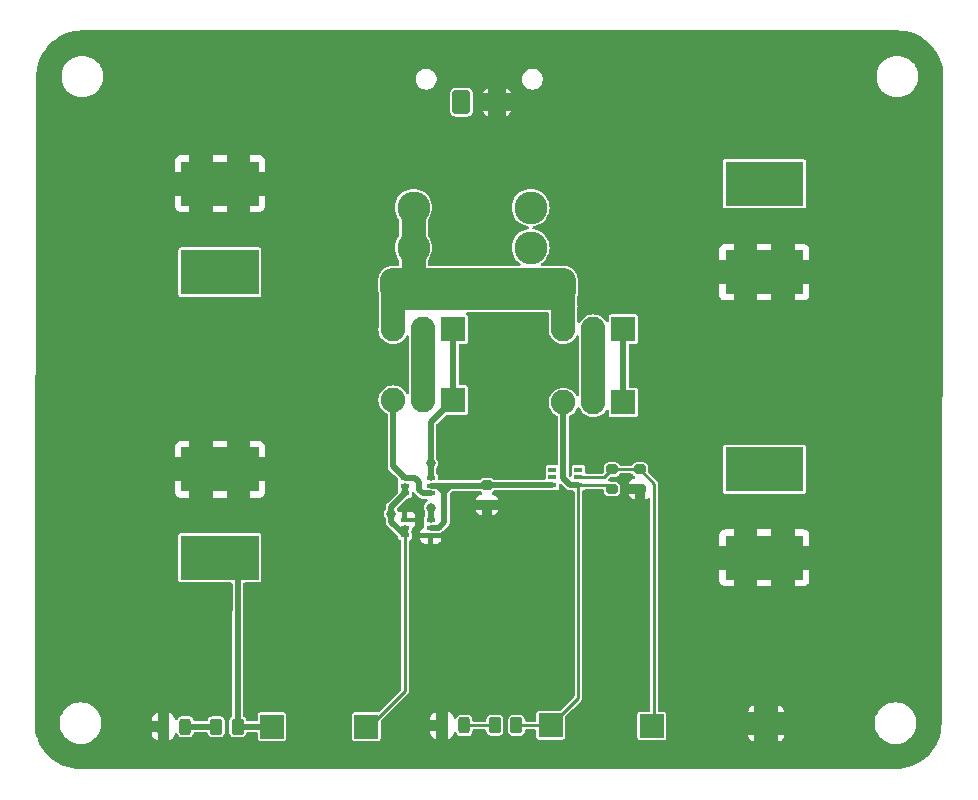
<source format=gtl>
G04 #@! TF.GenerationSoftware,KiCad,Pcbnew,7.0.2*
G04 #@! TF.CreationDate,2023-06-05T15:00:20-05:00*
G04 #@! TF.ProjectId,Power-Secondary,506f7765-722d-4536-9563-6f6e64617279,rev?*
G04 #@! TF.SameCoordinates,Original*
G04 #@! TF.FileFunction,Copper,L1,Top*
G04 #@! TF.FilePolarity,Positive*
%FSLAX46Y46*%
G04 Gerber Fmt 4.6, Leading zero omitted, Abs format (unit mm)*
G04 Created by KiCad (PCBNEW 7.0.2) date 2023-06-05 15:00:20*
%MOMM*%
%LPD*%
G01*
G04 APERTURE LIST*
G04 Aperture macros list*
%AMRoundRect*
0 Rectangle with rounded corners*
0 $1 Rounding radius*
0 $2 $3 $4 $5 $6 $7 $8 $9 X,Y pos of 4 corners*
0 Add a 4 corners polygon primitive as box body*
4,1,4,$2,$3,$4,$5,$6,$7,$8,$9,$2,$3,0*
0 Add four circle primitives for the rounded corners*
1,1,$1+$1,$2,$3*
1,1,$1+$1,$4,$5*
1,1,$1+$1,$6,$7*
1,1,$1+$1,$8,$9*
0 Add four rect primitives between the rounded corners*
20,1,$1+$1,$2,$3,$4,$5,0*
20,1,$1+$1,$4,$5,$6,$7,0*
20,1,$1+$1,$6,$7,$8,$9,0*
20,1,$1+$1,$8,$9,$2,$3,0*%
G04 Aperture macros list end*
G04 #@! TA.AperFunction,ComponentPad*
%ADD10R,3.430000X3.780000*%
G04 #@! TD*
G04 #@! TA.AperFunction,SMDPad,CuDef*
%ADD11RoundRect,0.250000X0.262500X0.450000X-0.262500X0.450000X-0.262500X-0.450000X0.262500X-0.450000X0*%
G04 #@! TD*
G04 #@! TA.AperFunction,SMDPad,CuDef*
%ADD12RoundRect,0.200000X-0.275000X0.200000X-0.275000X-0.200000X0.275000X-0.200000X0.275000X0.200000X0*%
G04 #@! TD*
G04 #@! TA.AperFunction,ComponentPad*
%ADD13C,2.780000*%
G04 #@! TD*
G04 #@! TA.AperFunction,SMDPad,CuDef*
%ADD14R,2.000000X2.000000*%
G04 #@! TD*
G04 #@! TA.AperFunction,ComponentPad*
%ADD15R,2.085000X2.085000*%
G04 #@! TD*
G04 #@! TA.AperFunction,ComponentPad*
%ADD16C,2.085000*%
G04 #@! TD*
G04 #@! TA.AperFunction,SMDPad,CuDef*
%ADD17R,0.750000X0.400000*%
G04 #@! TD*
G04 #@! TA.AperFunction,ComponentPad*
%ADD18RoundRect,0.250001X-0.499999X-0.759999X0.499999X-0.759999X0.499999X0.759999X-0.499999X0.759999X0*%
G04 #@! TD*
G04 #@! TA.AperFunction,ComponentPad*
%ADD19O,1.500000X2.020000*%
G04 #@! TD*
G04 #@! TA.AperFunction,SMDPad,CuDef*
%ADD20RoundRect,0.243750X-0.243750X-0.456250X0.243750X-0.456250X0.243750X0.456250X-0.243750X0.456250X0*%
G04 #@! TD*
G04 #@! TA.AperFunction,SMDPad,CuDef*
%ADD21RoundRect,0.200000X0.275000X-0.200000X0.275000X0.200000X-0.275000X0.200000X-0.275000X-0.200000X0*%
G04 #@! TD*
G04 #@! TA.AperFunction,ViaPad*
%ADD22C,0.800000*%
G04 #@! TD*
G04 #@! TA.AperFunction,Conductor*
%ADD23C,0.500000*%
G04 #@! TD*
G04 #@! TA.AperFunction,Conductor*
%ADD24C,0.250000*%
G04 #@! TD*
G04 #@! TA.AperFunction,Conductor*
%ADD25C,2.000000*%
G04 #@! TD*
G04 APERTURE END LIST*
D10*
X147334400Y-76265000D03*
X144154400Y-76265000D03*
X147334400Y-83755000D03*
X144154400Y-83755000D03*
D11*
X124752500Y-97950000D03*
X122927500Y-97950000D03*
D12*
X122250000Y-77625000D03*
X122250000Y-79275000D03*
D10*
X147334400Y-52084200D03*
X144154400Y-52084200D03*
X147334400Y-59574200D03*
X144154400Y-59574200D03*
D13*
X125960000Y-57500000D03*
X125960000Y-54100000D03*
X116040000Y-57500000D03*
X116040000Y-54100000D03*
D10*
X98055000Y-83755000D03*
X101235000Y-83755000D03*
X98055000Y-76265000D03*
X101235000Y-76265000D03*
D14*
X136200000Y-98000000D03*
D15*
X133800000Y-70600000D03*
D16*
X131260000Y-70600000D03*
X128720000Y-70600000D03*
D17*
X115300000Y-77000000D03*
X115300000Y-77650000D03*
X115300000Y-78300000D03*
X117500000Y-78300000D03*
X117500000Y-77650000D03*
X117500000Y-77000000D03*
D15*
X119400000Y-70400000D03*
D16*
X116860000Y-70400000D03*
X114320000Y-70400000D03*
D18*
X120100000Y-45185000D03*
D19*
X123100000Y-45185000D03*
D14*
X127650000Y-97950000D03*
D12*
X135200000Y-76275000D03*
X135200000Y-77925000D03*
D14*
X104050000Y-98050000D03*
D17*
X130000000Y-77600000D03*
X130000000Y-76950000D03*
X130000000Y-76300000D03*
X127800000Y-76300000D03*
X127800000Y-76950000D03*
X127800000Y-77600000D03*
D14*
X145902500Y-97795000D03*
D20*
X118457500Y-97950000D03*
X120332500Y-97950000D03*
D14*
X112050000Y-98050000D03*
D21*
X132850000Y-77925000D03*
X132850000Y-76275000D03*
D11*
X101152500Y-98050000D03*
X99327500Y-98050000D03*
D10*
X98055000Y-59574200D03*
X101235000Y-59574200D03*
X98055000Y-52084200D03*
X101235000Y-52084200D03*
D15*
X119400000Y-64400000D03*
D16*
X116860000Y-64400000D03*
X114320000Y-64400000D03*
D15*
X133800000Y-64400000D03*
D16*
X131260000Y-64400000D03*
X128720000Y-64400000D03*
D20*
X94857500Y-98050000D03*
X96732500Y-98050000D03*
D17*
X115300000Y-80550000D03*
X115300000Y-81200000D03*
X115300000Y-81850000D03*
X117500000Y-81850000D03*
X117500000Y-81200000D03*
X117500000Y-80550000D03*
D22*
X121920000Y-93980000D03*
X152400000Y-68580000D03*
X91440000Y-71120000D03*
X152400000Y-93980000D03*
X152400000Y-40640000D03*
X137160000Y-58420000D03*
X121920000Y-86360000D03*
X137160000Y-93980000D03*
X137160000Y-76200000D03*
X119450000Y-72300000D03*
X109220000Y-86360000D03*
X91440000Y-40640000D03*
X107950000Y-55880000D03*
X109200000Y-74200000D03*
X91440000Y-86360000D03*
X121920000Y-55880000D03*
X152400000Y-86360000D03*
X107950000Y-40640000D03*
X137160000Y-40640000D03*
X137160000Y-86360000D03*
X121920000Y-40640000D03*
X152400000Y-55880000D03*
X91440000Y-55880000D03*
X117500000Y-79500000D03*
X117500000Y-75750000D03*
X114150000Y-80050000D03*
D23*
X96732500Y-98050000D02*
X99327500Y-98050000D01*
D24*
X120332500Y-97950000D02*
X122927500Y-97950000D01*
D25*
X114320000Y-62180000D02*
X114750000Y-61750000D01*
X116040000Y-60710000D02*
X115750000Y-61000000D01*
X115750000Y-61000000D02*
X114250000Y-61000000D01*
X128720000Y-61280000D02*
X128720000Y-62470000D01*
X114320000Y-62180000D02*
X114320000Y-64400000D01*
X128750000Y-61250000D02*
X128720000Y-61280000D01*
X115750000Y-61000000D02*
X116000000Y-61250000D01*
X116000000Y-61250000D02*
X128750000Y-61250000D01*
X116040000Y-57500000D02*
X116040000Y-60710000D01*
X116040000Y-54100000D02*
X116040000Y-57500000D01*
X128000000Y-61750000D02*
X128720000Y-62470000D01*
X114320000Y-61070000D02*
X114320000Y-62180000D01*
X128750000Y-60250000D02*
X128750000Y-61250000D01*
X114250000Y-61000000D02*
X114320000Y-61070000D01*
X114250000Y-61000000D02*
X114250000Y-60250000D01*
X114750000Y-61750000D02*
X128000000Y-61750000D01*
X114250000Y-60250000D02*
X128750000Y-60250000D01*
X128720000Y-62470000D02*
X128720000Y-64400000D01*
D23*
X116500000Y-77350000D02*
X116150000Y-77000000D01*
X115300000Y-77000000D02*
X114320000Y-76020000D01*
X101152500Y-98050000D02*
X104050000Y-98050000D01*
X101152500Y-98050000D02*
X101152500Y-88335000D01*
X114320000Y-76020000D02*
X114320000Y-70400000D01*
X101152500Y-88335000D02*
X101170000Y-88317500D01*
X101170000Y-88317500D02*
X101170000Y-83820000D01*
X116821000Y-78300000D02*
X116500000Y-77979000D01*
X116500000Y-77979000D02*
X116500000Y-77350000D01*
X116150000Y-77000000D02*
X115300000Y-77000000D01*
X117500000Y-78300000D02*
X116821000Y-78300000D01*
X129321000Y-77600000D02*
X130000000Y-77600000D01*
D24*
X132525000Y-77600000D02*
X132850000Y-77925000D01*
X127650000Y-97950000D02*
X130000000Y-95600000D01*
X130000000Y-95600000D02*
X130000000Y-77600000D01*
X124752500Y-97950000D02*
X127650000Y-97950000D01*
D23*
X128720000Y-76999000D02*
X129321000Y-77600000D01*
X128720000Y-70600000D02*
X128720000Y-76999000D01*
D24*
X130000000Y-77600000D02*
X132525000Y-77600000D01*
D23*
X117500000Y-75750000D02*
X117500000Y-77000000D01*
X119400000Y-70400000D02*
X117500000Y-72300000D01*
X117500000Y-80550000D02*
X117500000Y-79500000D01*
X117500000Y-72300000D02*
X117500000Y-75750000D01*
X119400000Y-64400000D02*
X119400000Y-70400000D01*
D24*
X112050000Y-98300000D02*
X115300000Y-95050000D01*
D23*
X114150000Y-80700000D02*
X114150000Y-80050000D01*
X115300000Y-77650000D02*
X115300000Y-78300000D01*
X133800000Y-64400000D02*
X133800000Y-70600000D01*
X114150000Y-79450000D02*
X115300000Y-78300000D01*
X115300000Y-81200000D02*
X115300000Y-81850000D01*
X115300000Y-81850000D02*
X114150000Y-80700000D01*
D24*
X115300000Y-95050000D02*
X115300000Y-81850000D01*
D23*
X114150000Y-80050000D02*
X114150000Y-79450000D01*
X117500000Y-77650000D02*
X119250000Y-77650000D01*
X119250000Y-77650000D02*
X122225000Y-77650000D01*
X117500000Y-81200000D02*
X118179000Y-81200000D01*
X118650000Y-78150000D02*
X119150000Y-77650000D01*
X122275000Y-77600000D02*
X127800000Y-77600000D01*
X118650000Y-80729000D02*
X118650000Y-78150000D01*
X122225000Y-77650000D02*
X122250000Y-77625000D01*
X122250000Y-77625000D02*
X122275000Y-77600000D01*
X119150000Y-77650000D02*
X119250000Y-77650000D01*
X118179000Y-81200000D02*
X118650000Y-80729000D01*
X118150000Y-77650000D02*
X117500000Y-77650000D01*
X118650000Y-78150000D02*
X118150000Y-77650000D01*
D25*
X116860000Y-64400000D02*
X116860000Y-70400000D01*
D24*
X131200000Y-76950000D02*
X132175000Y-76950000D01*
X132175000Y-76950000D02*
X132850000Y-76275000D01*
X136400000Y-97800000D02*
X136200000Y-98000000D01*
X130000000Y-76950000D02*
X131200000Y-76950000D01*
X135200000Y-76275000D02*
X136400000Y-77475000D01*
X136400000Y-77475000D02*
X136400000Y-97800000D01*
X132850000Y-76275000D02*
X135200000Y-76275000D01*
D25*
X131260000Y-64400000D02*
X131260000Y-70600000D01*
G04 #@! TA.AperFunction,Conductor*
G36*
X127461621Y-62970502D02*
G01*
X127508114Y-63024158D01*
X127519500Y-63076500D01*
X127519499Y-64061155D01*
X127515206Y-64093765D01*
X127491208Y-64183328D01*
X127472252Y-64400000D01*
X127491208Y-64616669D01*
X127547499Y-64826754D01*
X127639419Y-65023874D01*
X127764172Y-65202040D01*
X127917959Y-65355827D01*
X127917962Y-65355829D01*
X127917963Y-65355830D01*
X128096126Y-65480581D01*
X128293245Y-65572500D01*
X128503331Y-65628792D01*
X128720000Y-65647748D01*
X128936669Y-65628792D01*
X129146755Y-65572500D01*
X129343874Y-65480581D01*
X129522037Y-65355830D01*
X129675830Y-65202037D01*
X129800581Y-65023874D01*
X129819305Y-64983719D01*
X129866222Y-64930435D01*
X129934500Y-64910974D01*
X130002460Y-64931516D01*
X130048525Y-64985539D01*
X130059500Y-65036970D01*
X130059500Y-69963029D01*
X130039498Y-70031150D01*
X129985842Y-70077643D01*
X129915568Y-70087747D01*
X129850988Y-70058253D01*
X129819306Y-70016280D01*
X129800582Y-69976127D01*
X129675827Y-69797959D01*
X129522040Y-69644172D01*
X129343874Y-69519419D01*
X129146754Y-69427499D01*
X128936669Y-69371208D01*
X128720000Y-69352252D01*
X128503330Y-69371208D01*
X128293245Y-69427499D01*
X128096125Y-69519419D01*
X127917959Y-69644172D01*
X127764172Y-69797959D01*
X127639419Y-69976125D01*
X127547499Y-70173245D01*
X127491208Y-70383330D01*
X127472252Y-70600000D01*
X127491208Y-70816669D01*
X127547499Y-71026754D01*
X127639419Y-71223874D01*
X127764172Y-71402040D01*
X127917959Y-71555827D01*
X127917962Y-71555829D01*
X127917963Y-71555830D01*
X128096126Y-71680581D01*
X128196750Y-71727503D01*
X128250035Y-71774419D01*
X128269500Y-71841697D01*
X128269500Y-75773500D01*
X128249498Y-75841621D01*
X128195842Y-75888114D01*
X128143500Y-75899500D01*
X127405252Y-75899500D01*
X127376010Y-75905316D01*
X127346768Y-75911133D01*
X127280447Y-75955447D01*
X127236133Y-76021768D01*
X127224500Y-76080253D01*
X127224500Y-76519748D01*
X127240546Y-76600417D01*
X127240546Y-76649578D01*
X127224500Y-76730250D01*
X127224500Y-77023500D01*
X127204498Y-77091621D01*
X127150842Y-77138114D01*
X127098500Y-77149500D01*
X122868083Y-77149500D01*
X122799962Y-77129498D01*
X122778988Y-77112595D01*
X122763344Y-77096951D01*
X122650304Y-77039354D01*
X122638049Y-77037413D01*
X122556519Y-77024500D01*
X122556517Y-77024500D01*
X121943481Y-77024500D01*
X121849696Y-77039354D01*
X121736655Y-77096951D01*
X121671012Y-77162595D01*
X121608700Y-77196621D01*
X121581917Y-77199500D01*
X119182378Y-77199500D01*
X119168272Y-77198708D01*
X119132965Y-77194730D01*
X119132964Y-77194730D01*
X119119359Y-77197304D01*
X119095937Y-77199500D01*
X118201500Y-77199500D01*
X118133379Y-77179498D01*
X118086886Y-77125842D01*
X118075500Y-77073500D01*
X118075500Y-76780253D01*
X118071512Y-76760205D01*
X118063867Y-76721769D01*
X118019552Y-76655448D01*
X118006496Y-76646724D01*
X117960970Y-76592247D01*
X117950500Y-76541960D01*
X117950500Y-76192097D01*
X117970502Y-76123976D01*
X117976531Y-76115401D01*
X118024536Y-76052841D01*
X118085044Y-75906762D01*
X118105682Y-75750000D01*
X118085044Y-75593238D01*
X118024536Y-75447159D01*
X117976537Y-75384605D01*
X117950937Y-75318384D01*
X117950500Y-75307901D01*
X117950500Y-72538793D01*
X117970502Y-72470672D01*
X117987405Y-72449698D01*
X118757198Y-71679905D01*
X118819510Y-71645879D01*
X118846293Y-71643000D01*
X120462247Y-71643000D01*
X120462248Y-71643000D01*
X120520731Y-71631367D01*
X120587052Y-71587052D01*
X120631367Y-71520731D01*
X120643000Y-71462248D01*
X120643000Y-69337752D01*
X120631367Y-69279269D01*
X120616662Y-69257261D01*
X120587052Y-69212947D01*
X120520731Y-69168633D01*
X120520730Y-69168632D01*
X120462248Y-69157000D01*
X120462247Y-69157000D01*
X119976500Y-69157000D01*
X119908379Y-69136998D01*
X119861886Y-69083342D01*
X119850500Y-69031000D01*
X119850500Y-65769000D01*
X119870502Y-65700879D01*
X119924158Y-65654386D01*
X119976500Y-65643000D01*
X120462247Y-65643000D01*
X120462248Y-65643000D01*
X120520731Y-65631367D01*
X120587052Y-65587052D01*
X120631367Y-65520731D01*
X120643000Y-65462248D01*
X120643000Y-63337752D01*
X120631367Y-63279269D01*
X120616662Y-63257261D01*
X120587052Y-63212947D01*
X120539636Y-63181265D01*
X120494108Y-63126788D01*
X120485261Y-63056345D01*
X120515902Y-62992301D01*
X120576304Y-62954989D01*
X120609638Y-62950500D01*
X127393500Y-62950500D01*
X127461621Y-62970502D01*
G37*
G04 #@! TD.AperFunction*
G04 #@! TA.AperFunction,Conductor*
G36*
X157002898Y-39100634D02*
G01*
X157353984Y-39116866D01*
X157365570Y-39117939D01*
X157710775Y-39166093D01*
X157722194Y-39168227D01*
X158061481Y-39248028D01*
X158072669Y-39251211D01*
X158403140Y-39361974D01*
X158413987Y-39366176D01*
X158732845Y-39506965D01*
X158743236Y-39512140D01*
X158925184Y-39613484D01*
X159047727Y-39681740D01*
X159057622Y-39687866D01*
X159345167Y-39884839D01*
X159354455Y-39891853D01*
X159622601Y-40114519D01*
X159631201Y-40122360D01*
X159877639Y-40368798D01*
X159885480Y-40377398D01*
X160108146Y-40645544D01*
X160115160Y-40654832D01*
X160312133Y-40942377D01*
X160318259Y-40952272D01*
X160481683Y-41245675D01*
X160487852Y-41256749D01*
X160493040Y-41267167D01*
X160633822Y-41586010D01*
X160638026Y-41596862D01*
X160748787Y-41927327D01*
X160751972Y-41938521D01*
X160831769Y-42277794D01*
X160833908Y-42289235D01*
X160882059Y-42634428D01*
X160883133Y-42646016D01*
X160899356Y-42996909D01*
X160899490Y-43003067D01*
X160752116Y-97706418D01*
X160752000Y-97707295D01*
X160752000Y-97747076D01*
X160751866Y-97752896D01*
X160735633Y-98103984D01*
X160734559Y-98115571D01*
X160686408Y-98460764D01*
X160684269Y-98472205D01*
X160604472Y-98811478D01*
X160601287Y-98822672D01*
X160490526Y-99153137D01*
X160486322Y-99163989D01*
X160345540Y-99482832D01*
X160340352Y-99493250D01*
X160170759Y-99797727D01*
X160164633Y-99807622D01*
X159967660Y-100095167D01*
X159960646Y-100104455D01*
X159737980Y-100372601D01*
X159730139Y-100381201D01*
X159483701Y-100627639D01*
X159475101Y-100635480D01*
X159206955Y-100858146D01*
X159197667Y-100865160D01*
X158910122Y-101062133D01*
X158900227Y-101068259D01*
X158595750Y-101237852D01*
X158585332Y-101243040D01*
X158266489Y-101383822D01*
X158255637Y-101388026D01*
X157925172Y-101498787D01*
X157913978Y-101501972D01*
X157574705Y-101581769D01*
X157563264Y-101583908D01*
X157218071Y-101632059D01*
X157206484Y-101633133D01*
X156867645Y-101648799D01*
X156855397Y-101649366D01*
X156849579Y-101649500D01*
X87855421Y-101649500D01*
X87849602Y-101649366D01*
X87836713Y-101648770D01*
X87498515Y-101633133D01*
X87486928Y-101632059D01*
X87141735Y-101583908D01*
X87130294Y-101581769D01*
X86791021Y-101501972D01*
X86779827Y-101498787D01*
X86449362Y-101388026D01*
X86438510Y-101383822D01*
X86225123Y-101289603D01*
X86119662Y-101243037D01*
X86109254Y-101237854D01*
X85927316Y-101136516D01*
X85804772Y-101068259D01*
X85794877Y-101062133D01*
X85507332Y-100865160D01*
X85498044Y-100858146D01*
X85229898Y-100635480D01*
X85221298Y-100627639D01*
X84974860Y-100381201D01*
X84967019Y-100372601D01*
X84744353Y-100104455D01*
X84737339Y-100095167D01*
X84540366Y-99807622D01*
X84534240Y-99797727D01*
X84364640Y-99493236D01*
X84359465Y-99482845D01*
X84218676Y-99163987D01*
X84214473Y-99153137D01*
X84206125Y-99128231D01*
X84103711Y-98822669D01*
X84100527Y-98811478D01*
X84098484Y-98802793D01*
X84020727Y-98472194D01*
X84018593Y-98460775D01*
X84001208Y-98336143D01*
X84000000Y-98318736D01*
X84000000Y-97881482D01*
X86098000Y-97881482D01*
X86137192Y-98141508D01*
X86137193Y-98141510D01*
X86214701Y-98392788D01*
X86328798Y-98629710D01*
X86476926Y-98846976D01*
X86476930Y-98846980D01*
X86655790Y-99039746D01*
X86861383Y-99203701D01*
X86861386Y-99203703D01*
X86942441Y-99250500D01*
X87089116Y-99335183D01*
X87333902Y-99431254D01*
X87590272Y-99489769D01*
X87786846Y-99504500D01*
X87789199Y-99504500D01*
X87915801Y-99504500D01*
X87918154Y-99504500D01*
X88114728Y-99489769D01*
X88371098Y-99431254D01*
X88615884Y-99335183D01*
X88843617Y-99203701D01*
X89049210Y-99039746D01*
X89228070Y-98846980D01*
X89248409Y-98817149D01*
X89263509Y-98795000D01*
X89376202Y-98629710D01*
X89420608Y-98537500D01*
X93862001Y-98537500D01*
X93862001Y-98553138D01*
X93862326Y-98559531D01*
X93872518Y-98659305D01*
X93927793Y-98826113D01*
X94020053Y-98975689D01*
X94144310Y-99099946D01*
X94293883Y-99192203D01*
X94370000Y-99217426D01*
X94370000Y-98537500D01*
X93862001Y-98537500D01*
X89420608Y-98537500D01*
X89490298Y-98392788D01*
X89567808Y-98141508D01*
X89607000Y-97881482D01*
X89607000Y-97618518D01*
X89598557Y-97562500D01*
X93862000Y-97562500D01*
X94370000Y-97562500D01*
X94370000Y-96882572D01*
X95345000Y-96882572D01*
X95345000Y-99217426D01*
X95421116Y-99192203D01*
X95570689Y-99099946D01*
X95694946Y-98975689D01*
X95787204Y-98826117D01*
X95837585Y-98674077D01*
X95877999Y-98615706D01*
X95943556Y-98588450D01*
X96013441Y-98600963D01*
X96065467Y-98649273D01*
X96076119Y-98672095D01*
X96091544Y-98716177D01*
X96171069Y-98823930D01*
X96278822Y-98903456D01*
X96405109Y-98947645D01*
X96405226Y-98947686D01*
X96435236Y-98950500D01*
X96438170Y-98950500D01*
X97026830Y-98950500D01*
X97029764Y-98950500D01*
X97059774Y-98947686D01*
X97122976Y-98925570D01*
X97186177Y-98903456D01*
X97186177Y-98903455D01*
X97186179Y-98903455D01*
X97293930Y-98823930D01*
X97373455Y-98716179D01*
X97396867Y-98649273D01*
X97419397Y-98584885D01*
X97460775Y-98527193D01*
X97526775Y-98501031D01*
X97538326Y-98500500D01*
X98498489Y-98500500D01*
X98566610Y-98520502D01*
X98613103Y-98574158D01*
X98617418Y-98584885D01*
X98662206Y-98712882D01*
X98742849Y-98822150D01*
X98852117Y-98902793D01*
X98980297Y-98947645D01*
X98980298Y-98947645D01*
X98980301Y-98947646D01*
X99010734Y-98950500D01*
X99013687Y-98950500D01*
X99641313Y-98950500D01*
X99644266Y-98950500D01*
X99674699Y-98947646D01*
X99802882Y-98902793D01*
X99912150Y-98822150D01*
X99992793Y-98712882D01*
X100035870Y-98589774D01*
X100037645Y-98584702D01*
X100037645Y-98584701D01*
X100037646Y-98584699D01*
X100040500Y-98554266D01*
X100040500Y-97545734D01*
X100037646Y-97515301D01*
X100035870Y-97510226D01*
X99992793Y-97387117D01*
X99912150Y-97277849D01*
X99802882Y-97197206D01*
X99674702Y-97152354D01*
X99647201Y-97149775D01*
X99647195Y-97149774D01*
X99644266Y-97149500D01*
X99010734Y-97149500D01*
X99007805Y-97149774D01*
X99007798Y-97149775D01*
X98980297Y-97152354D01*
X98852117Y-97197206D01*
X98742849Y-97277849D01*
X98662206Y-97387117D01*
X98617418Y-97515115D01*
X98576040Y-97572807D01*
X98510039Y-97598969D01*
X98498489Y-97599500D01*
X97538326Y-97599500D01*
X97470205Y-97579498D01*
X97423712Y-97525842D01*
X97419397Y-97515115D01*
X97373456Y-97383822D01*
X97293930Y-97276069D01*
X97186177Y-97196543D01*
X97059776Y-97152314D01*
X97032679Y-97149773D01*
X97032671Y-97149772D01*
X97029764Y-97149500D01*
X96435236Y-97149500D01*
X96432329Y-97149772D01*
X96432320Y-97149773D01*
X96405223Y-97152314D01*
X96278822Y-97196543D01*
X96171069Y-97276069D01*
X96091544Y-97383821D01*
X96076118Y-97427906D01*
X96034738Y-97485597D01*
X95968738Y-97511759D01*
X95899070Y-97498084D01*
X95847855Y-97448916D01*
X95837584Y-97425921D01*
X95787204Y-97273883D01*
X95694946Y-97124310D01*
X95570689Y-97000053D01*
X95421114Y-96907794D01*
X95345000Y-96882572D01*
X94370000Y-96882572D01*
X94369999Y-96882572D01*
X94293885Y-96907794D01*
X94144310Y-97000053D01*
X94020053Y-97124310D01*
X93927793Y-97273886D01*
X93872518Y-97440694D01*
X93862325Y-97540468D01*
X93862000Y-97546858D01*
X93862000Y-97562500D01*
X89598557Y-97562500D01*
X89567808Y-97358492D01*
X89490298Y-97107212D01*
X89485479Y-97097206D01*
X89425071Y-96971768D01*
X89376202Y-96870290D01*
X89336866Y-96812595D01*
X89228073Y-96653023D01*
X89210608Y-96634200D01*
X89049210Y-96460254D01*
X88843617Y-96296299D01*
X88843616Y-96296298D01*
X88843613Y-96296296D01*
X88615884Y-96164817D01*
X88371099Y-96068746D01*
X88114728Y-96010231D01*
X87920496Y-95995675D01*
X87920482Y-95995674D01*
X87918154Y-95995500D01*
X87786846Y-95995500D01*
X87784518Y-95995674D01*
X87784503Y-95995675D01*
X87590271Y-96010231D01*
X87333900Y-96068746D01*
X87089115Y-96164817D01*
X86861386Y-96296296D01*
X86800873Y-96344554D01*
X86655790Y-96460254D01*
X86575090Y-96547227D01*
X86476926Y-96653023D01*
X86328798Y-96870289D01*
X86214701Y-97107211D01*
X86142682Y-97340694D01*
X86137192Y-97358492D01*
X86098000Y-97618518D01*
X86098000Y-97881482D01*
X84000000Y-97881482D01*
X84000000Y-85664746D01*
X96139500Y-85664746D01*
X96151133Y-85723231D01*
X96195447Y-85789552D01*
X96239762Y-85819162D01*
X96261769Y-85833867D01*
X96320252Y-85845500D01*
X99500252Y-85845500D01*
X100593500Y-85845500D01*
X100661621Y-85865502D01*
X100708114Y-85919158D01*
X100719500Y-85971500D01*
X100719500Y-88187035D01*
X100712430Y-88228648D01*
X100702801Y-88256166D01*
X100702000Y-88260885D01*
X100702000Y-88324213D01*
X100701912Y-88328924D01*
X100699543Y-88392238D01*
X100702000Y-88410898D01*
X100702000Y-97115235D01*
X100681998Y-97183356D01*
X100650821Y-97216614D01*
X100567849Y-97277849D01*
X100487206Y-97387117D01*
X100442354Y-97515297D01*
X100439775Y-97542798D01*
X100439500Y-97545734D01*
X100439500Y-98554266D01*
X100439774Y-98557195D01*
X100439775Y-98557201D01*
X100442354Y-98584702D01*
X100487206Y-98712882D01*
X100567849Y-98822150D01*
X100677117Y-98902793D01*
X100805297Y-98947645D01*
X100805298Y-98947645D01*
X100805301Y-98947646D01*
X100835734Y-98950500D01*
X100838687Y-98950500D01*
X101466313Y-98950500D01*
X101469266Y-98950500D01*
X101499699Y-98947646D01*
X101627882Y-98902793D01*
X101737150Y-98822150D01*
X101817793Y-98712882D01*
X101817792Y-98712882D01*
X101862582Y-98584885D01*
X101903960Y-98527193D01*
X101969961Y-98501031D01*
X101981511Y-98500500D01*
X102723500Y-98500500D01*
X102791621Y-98520502D01*
X102838114Y-98574158D01*
X102849500Y-98626499D01*
X102849500Y-99069748D01*
X102853967Y-99092203D01*
X102861133Y-99128231D01*
X102905447Y-99194552D01*
X102919140Y-99203701D01*
X102971769Y-99238867D01*
X103030252Y-99250500D01*
X103030253Y-99250500D01*
X105069747Y-99250500D01*
X105069748Y-99250500D01*
X105128231Y-99238867D01*
X105194552Y-99194552D01*
X105238867Y-99128231D01*
X105250500Y-99069748D01*
X110849500Y-99069748D01*
X110853967Y-99092203D01*
X110861133Y-99128231D01*
X110905447Y-99194552D01*
X110919140Y-99203701D01*
X110971769Y-99238867D01*
X111030252Y-99250500D01*
X111030253Y-99250500D01*
X113069747Y-99250500D01*
X113069748Y-99250500D01*
X113128231Y-99238867D01*
X113194552Y-99194552D01*
X113238867Y-99128231D01*
X113250500Y-99069748D01*
X113250500Y-98437500D01*
X117462001Y-98437500D01*
X117462001Y-98453138D01*
X117462326Y-98459531D01*
X117472518Y-98559305D01*
X117527793Y-98726113D01*
X117620053Y-98875689D01*
X117744310Y-98999946D01*
X117893883Y-99092203D01*
X117970000Y-99117426D01*
X117970000Y-98437500D01*
X117462001Y-98437500D01*
X113250500Y-98437500D01*
X113250500Y-97612014D01*
X113270502Y-97543894D01*
X113287405Y-97522920D01*
X113347825Y-97462500D01*
X117462000Y-97462500D01*
X117970000Y-97462500D01*
X117969999Y-96782572D01*
X118945000Y-96782572D01*
X118945000Y-99117426D01*
X119021116Y-99092203D01*
X119170689Y-98999946D01*
X119294946Y-98875689D01*
X119387204Y-98726117D01*
X119437585Y-98574077D01*
X119477999Y-98515706D01*
X119543556Y-98488450D01*
X119613441Y-98500963D01*
X119665467Y-98549273D01*
X119676119Y-98572095D01*
X119690391Y-98612882D01*
X119691545Y-98616179D01*
X119715970Y-98649273D01*
X119771069Y-98723930D01*
X119878822Y-98803456D01*
X120003197Y-98846976D01*
X120005226Y-98847686D01*
X120035236Y-98850500D01*
X120038170Y-98850500D01*
X120626830Y-98850500D01*
X120629764Y-98850500D01*
X120659774Y-98847686D01*
X120763251Y-98811478D01*
X120786177Y-98803456D01*
X120786177Y-98803455D01*
X120786179Y-98803455D01*
X120893930Y-98723930D01*
X120973455Y-98616179D01*
X120978780Y-98600963D01*
X121000986Y-98537500D01*
X121017686Y-98489774D01*
X121020500Y-98459764D01*
X121020500Y-98401499D01*
X121040502Y-98333379D01*
X121094158Y-98286886D01*
X121146500Y-98275500D01*
X122088500Y-98275500D01*
X122156621Y-98295502D01*
X122203114Y-98349158D01*
X122214500Y-98401500D01*
X122214500Y-98454266D01*
X122214774Y-98457195D01*
X122214775Y-98457201D01*
X122217354Y-98484702D01*
X122262206Y-98612882D01*
X122342849Y-98722150D01*
X122452117Y-98802793D01*
X122580297Y-98847645D01*
X122580298Y-98847645D01*
X122580301Y-98847646D01*
X122610734Y-98850500D01*
X122613687Y-98850500D01*
X123241313Y-98850500D01*
X123244266Y-98850500D01*
X123274699Y-98847646D01*
X123402882Y-98802793D01*
X123512150Y-98722150D01*
X123592793Y-98612882D01*
X123632117Y-98500500D01*
X123637645Y-98484702D01*
X123637645Y-98484701D01*
X123637646Y-98484699D01*
X123640500Y-98454266D01*
X123640500Y-97445734D01*
X123637646Y-97415301D01*
X123635870Y-97410226D01*
X123592793Y-97287117D01*
X123512150Y-97177849D01*
X123402882Y-97097206D01*
X123274702Y-97052354D01*
X123247201Y-97049775D01*
X123247195Y-97049774D01*
X123244266Y-97049500D01*
X122610734Y-97049500D01*
X122607805Y-97049774D01*
X122607798Y-97049775D01*
X122580297Y-97052354D01*
X122452117Y-97097206D01*
X122342849Y-97177849D01*
X122262206Y-97287117D01*
X122217354Y-97415297D01*
X122214775Y-97442798D01*
X122214500Y-97445734D01*
X122214500Y-97448686D01*
X122214500Y-97448687D01*
X122214500Y-97498500D01*
X122194498Y-97566621D01*
X122140842Y-97613114D01*
X122088500Y-97624500D01*
X121146500Y-97624500D01*
X121078379Y-97604498D01*
X121031886Y-97550842D01*
X121020500Y-97498500D01*
X121020500Y-97443169D01*
X121020500Y-97440236D01*
X121017686Y-97410226D01*
X121008447Y-97383822D01*
X120973456Y-97283822D01*
X120893930Y-97176069D01*
X120786177Y-97096543D01*
X120659776Y-97052314D01*
X120632679Y-97049773D01*
X120632671Y-97049772D01*
X120629764Y-97049500D01*
X120035236Y-97049500D01*
X120032329Y-97049772D01*
X120032320Y-97049773D01*
X120005223Y-97052314D01*
X119878822Y-97096543D01*
X119771069Y-97176069D01*
X119691544Y-97283821D01*
X119676118Y-97327906D01*
X119634738Y-97385597D01*
X119568738Y-97411759D01*
X119499070Y-97398084D01*
X119447855Y-97348916D01*
X119437584Y-97325921D01*
X119387204Y-97173883D01*
X119294946Y-97024310D01*
X119170689Y-96900053D01*
X119021114Y-96807794D01*
X118945000Y-96782572D01*
X117969999Y-96782572D01*
X117893885Y-96807794D01*
X117744310Y-96900053D01*
X117620053Y-97024310D01*
X117527793Y-97173886D01*
X117472518Y-97340694D01*
X117462325Y-97440468D01*
X117462000Y-97446858D01*
X117462000Y-97462500D01*
X113347825Y-97462500D01*
X114378230Y-96432095D01*
X115516230Y-95294094D01*
X115524310Y-95286689D01*
X115553194Y-95262455D01*
X115572044Y-95229803D01*
X115577930Y-95220564D01*
X115599554Y-95189684D01*
X115599554Y-95189680D01*
X115600264Y-95188668D01*
X115610372Y-95164266D01*
X115610586Y-95163046D01*
X115610588Y-95163045D01*
X115617131Y-95125932D01*
X115619505Y-95115224D01*
X115629264Y-95078807D01*
X115625980Y-95041272D01*
X115625500Y-95030289D01*
X115625500Y-82367679D01*
X115645502Y-82299558D01*
X115699158Y-82253065D01*
X115726915Y-82244101D01*
X115753231Y-82238867D01*
X115819552Y-82194552D01*
X115863867Y-82128231D01*
X115875500Y-82069748D01*
X115875500Y-82050000D01*
X116617000Y-82050000D01*
X116617000Y-82095222D01*
X116617359Y-82101936D01*
X116623505Y-82159093D01*
X116674554Y-82295962D01*
X116762095Y-82412904D01*
X116879037Y-82500445D01*
X117015906Y-82551494D01*
X117073063Y-82557640D01*
X117079777Y-82558000D01*
X117300000Y-82558000D01*
X117300000Y-82050000D01*
X117700000Y-82050000D01*
X117700000Y-82558000D01*
X117920223Y-82558000D01*
X117926936Y-82557640D01*
X117984093Y-82551494D01*
X118120962Y-82500445D01*
X118237904Y-82412904D01*
X118325445Y-82295962D01*
X118376494Y-82159093D01*
X118382640Y-82101936D01*
X118383000Y-82095222D01*
X118383000Y-82050000D01*
X117700000Y-82050000D01*
X117300000Y-82050000D01*
X116617000Y-82050000D01*
X115875500Y-82050000D01*
X115875500Y-81630252D01*
X115863867Y-81571769D01*
X115863865Y-81571767D01*
X115859453Y-81549582D01*
X115859453Y-81500418D01*
X115863866Y-81478232D01*
X115863867Y-81478231D01*
X115875500Y-81419748D01*
X115875500Y-81297548D01*
X115895502Y-81229428D01*
X115925991Y-81196680D01*
X116037906Y-81112902D01*
X116125445Y-80995962D01*
X116176494Y-80859093D01*
X116182640Y-80801936D01*
X116183000Y-80795222D01*
X116183000Y-80750000D01*
X115367148Y-80750000D01*
X115339111Y-80746841D01*
X115334046Y-80745685D01*
X115281165Y-80749648D01*
X115271749Y-80750000D01*
X115226000Y-80750000D01*
X115157879Y-80729998D01*
X115111386Y-80676342D01*
X115100000Y-80624000D01*
X115100000Y-79842000D01*
X115500000Y-79842000D01*
X115500000Y-80350000D01*
X116183000Y-80350000D01*
X116183000Y-80304777D01*
X116182640Y-80298063D01*
X116176494Y-80240906D01*
X116125445Y-80104037D01*
X116037904Y-79987095D01*
X115920962Y-79899554D01*
X115784093Y-79848505D01*
X115726936Y-79842359D01*
X115720223Y-79842000D01*
X115500000Y-79842000D01*
X115100000Y-79842000D01*
X114879777Y-79842000D01*
X114873059Y-79842360D01*
X114814533Y-79848652D01*
X114744665Y-79836046D01*
X114692703Y-79787667D01*
X114684656Y-79771591D01*
X114674536Y-79747158D01*
X114661658Y-79730376D01*
X114636057Y-79664156D01*
X114650322Y-79594607D01*
X114672519Y-79564583D01*
X115499700Y-78737402D01*
X115562010Y-78703379D01*
X115588793Y-78700500D01*
X115694747Y-78700500D01*
X115694748Y-78700500D01*
X115753231Y-78688867D01*
X115819552Y-78644552D01*
X115863867Y-78578231D01*
X115875500Y-78519748D01*
X115875500Y-78272549D01*
X115895502Y-78204429D01*
X115949158Y-78157936D01*
X116019432Y-78147832D01*
X116084012Y-78177326D01*
X116115020Y-78217879D01*
X116123575Y-78235642D01*
X116123576Y-78235643D01*
X116126275Y-78241247D01*
X116129037Y-78245141D01*
X116133433Y-78249537D01*
X116133434Y-78249538D01*
X116173832Y-78289936D01*
X116177075Y-78293303D01*
X116220180Y-78339759D01*
X116235116Y-78351220D01*
X116479551Y-78595654D01*
X116488966Y-78606190D01*
X116511118Y-78633968D01*
X116511121Y-78633970D01*
X116558340Y-78666163D01*
X116562144Y-78668862D01*
X116608118Y-78702793D01*
X116608120Y-78702793D01*
X116613138Y-78706497D01*
X116617369Y-78708633D01*
X116623323Y-78710469D01*
X116623327Y-78710472D01*
X116677942Y-78727317D01*
X116682405Y-78728787D01*
X116716172Y-78740602D01*
X116736301Y-78747646D01*
X116742186Y-78749705D01*
X116746863Y-78750500D01*
X116753098Y-78750500D01*
X116810199Y-78750500D01*
X116814909Y-78750587D01*
X116872010Y-78752725D01*
X116872012Y-78752724D01*
X116878233Y-78752957D01*
X116896902Y-78750500D01*
X117119153Y-78750500D01*
X117187274Y-78770502D01*
X117233767Y-78824158D01*
X117243871Y-78894432D01*
X117214377Y-78959012D01*
X117195857Y-78976462D01*
X117071717Y-79071717D01*
X116975464Y-79197157D01*
X116914955Y-79343238D01*
X116894318Y-79500000D01*
X116914955Y-79656761D01*
X116975464Y-79802843D01*
X117023461Y-79865393D01*
X117049062Y-79931613D01*
X117049499Y-79942096D01*
X117049500Y-80091959D01*
X117029498Y-80160080D01*
X116993503Y-80196725D01*
X116980447Y-80205448D01*
X116936133Y-80271768D01*
X116924500Y-80330253D01*
X116924500Y-80769748D01*
X116940546Y-80850419D01*
X116940546Y-80899581D01*
X116924500Y-80980251D01*
X116924500Y-81102450D01*
X116904498Y-81170571D01*
X116874009Y-81203318D01*
X116762095Y-81287095D01*
X116674554Y-81404037D01*
X116623505Y-81540906D01*
X116617359Y-81598063D01*
X116617000Y-81604777D01*
X116617000Y-81650000D01*
X117411486Y-81650000D01*
X117414803Y-81650500D01*
X117432098Y-81650500D01*
X118146622Y-81650500D01*
X118160727Y-81651291D01*
X118196035Y-81655270D01*
X118212275Y-81652196D01*
X118235701Y-81650000D01*
X118383001Y-81650000D01*
X118395570Y-81637430D01*
X118403002Y-81612121D01*
X118423303Y-81587873D01*
X118429783Y-81581861D01*
X118445133Y-81570970D01*
X118449535Y-81566567D01*
X118449538Y-81566566D01*
X118489980Y-81526123D01*
X118493294Y-81522931D01*
X118535194Y-81484055D01*
X118535194Y-81484053D01*
X118539761Y-81479817D01*
X118551217Y-81464885D01*
X118945665Y-81070436D01*
X118956183Y-81061037D01*
X118983970Y-81038879D01*
X119016191Y-80991618D01*
X119018855Y-80987863D01*
X119052793Y-80941882D01*
X119052793Y-80941880D01*
X119056501Y-80936857D01*
X119058632Y-80932636D01*
X119060470Y-80926675D01*
X119060472Y-80926673D01*
X119077318Y-80872053D01*
X119078770Y-80867641D01*
X119097646Y-80813699D01*
X119097646Y-80813695D01*
X119099707Y-80807806D01*
X119100500Y-80803140D01*
X119100500Y-80739801D01*
X119100588Y-80735089D01*
X119102725Y-80677990D01*
X119102724Y-80677986D01*
X119102957Y-80671761D01*
X119100499Y-80653092D01*
X119100499Y-79675000D01*
X121295745Y-79675000D01*
X121324633Y-79767706D01*
X121413582Y-79914846D01*
X121535153Y-80036417D01*
X121682293Y-80125366D01*
X121846443Y-80176518D01*
X121850000Y-80176841D01*
X121850000Y-79675000D01*
X122650000Y-79675000D01*
X122650000Y-80176841D01*
X122653556Y-80176518D01*
X122817706Y-80125366D01*
X122964846Y-80036417D01*
X123086417Y-79914846D01*
X123175366Y-79767706D01*
X123204255Y-79675000D01*
X122650000Y-79675000D01*
X121850000Y-79675000D01*
X121295745Y-79675000D01*
X119100499Y-79675000D01*
X119100499Y-79507238D01*
X119100499Y-78388789D01*
X119120501Y-78320672D01*
X119137395Y-78299707D01*
X119299700Y-78137402D01*
X119362010Y-78103379D01*
X119388793Y-78100500D01*
X121631917Y-78100500D01*
X121700038Y-78120502D01*
X121721012Y-78137405D01*
X121736656Y-78153049D01*
X121771029Y-78170563D01*
X121822645Y-78219311D01*
X121839711Y-78288226D01*
X121816811Y-78355427D01*
X121761213Y-78399580D01*
X121751314Y-78403124D01*
X121682296Y-78424631D01*
X121535153Y-78513582D01*
X121413582Y-78635153D01*
X121324633Y-78782293D01*
X121295745Y-78875000D01*
X123204255Y-78875000D01*
X123175366Y-78782293D01*
X123086417Y-78635153D01*
X122964846Y-78513582D01*
X122817706Y-78424633D01*
X122748685Y-78403125D01*
X122689599Y-78363762D01*
X122661175Y-78298703D01*
X122672436Y-78228605D01*
X122719807Y-78175724D01*
X122728942Y-78170577D01*
X122763342Y-78153050D01*
X122795890Y-78120502D01*
X122828988Y-78087405D01*
X122891300Y-78053379D01*
X122918083Y-78050500D01*
X127833760Y-78050500D01*
X127833762Y-78050500D01*
X127934287Y-78035348D01*
X127980739Y-78012977D01*
X128035408Y-78000500D01*
X128194747Y-78000500D01*
X128194748Y-78000500D01*
X128253231Y-77988867D01*
X128319552Y-77944552D01*
X128363867Y-77878231D01*
X128375500Y-77819748D01*
X128375500Y-77595794D01*
X128395502Y-77527673D01*
X128449158Y-77481180D01*
X128519432Y-77471076D01*
X128584012Y-77500570D01*
X128590595Y-77506699D01*
X128979551Y-77895655D01*
X128988966Y-77906190D01*
X129011118Y-77933968D01*
X129011121Y-77933970D01*
X129058327Y-77966154D01*
X129062131Y-77968853D01*
X129108117Y-78002793D01*
X129113132Y-78006494D01*
X129117374Y-78008635D01*
X129123324Y-78010470D01*
X129123327Y-78010472D01*
X129177918Y-78027310D01*
X129182382Y-78028778D01*
X129236300Y-78047646D01*
X129236301Y-78047646D01*
X129242188Y-78049706D01*
X129246858Y-78050500D01*
X129253098Y-78050500D01*
X129310214Y-78050500D01*
X129314924Y-78050587D01*
X129372010Y-78052724D01*
X129372012Y-78052723D01*
X129378236Y-78052956D01*
X129396899Y-78050500D01*
X129548500Y-78050500D01*
X129616621Y-78070502D01*
X129663114Y-78124158D01*
X129674500Y-78176500D01*
X129674499Y-95412984D01*
X129654497Y-95481105D01*
X129637594Y-95502079D01*
X128427079Y-96712595D01*
X128364767Y-96746620D01*
X128337984Y-96749500D01*
X126630252Y-96749500D01*
X126601010Y-96755316D01*
X126571768Y-96761133D01*
X126505447Y-96805447D01*
X126461133Y-96871768D01*
X126461132Y-96871769D01*
X126461133Y-96871769D01*
X126451188Y-96921769D01*
X126449500Y-96930253D01*
X126449500Y-97498500D01*
X126429498Y-97566621D01*
X126375842Y-97613114D01*
X126323500Y-97624500D01*
X125591500Y-97624500D01*
X125523379Y-97604498D01*
X125476886Y-97550842D01*
X125465500Y-97498500D01*
X125465500Y-97448687D01*
X125465500Y-97448686D01*
X125465500Y-97445734D01*
X125462646Y-97415301D01*
X125460870Y-97410226D01*
X125417793Y-97287117D01*
X125337150Y-97177849D01*
X125227882Y-97097206D01*
X125099702Y-97052354D01*
X125072201Y-97049775D01*
X125072195Y-97049774D01*
X125069266Y-97049500D01*
X124435734Y-97049500D01*
X124432805Y-97049774D01*
X124432798Y-97049775D01*
X124405297Y-97052354D01*
X124277117Y-97097206D01*
X124167849Y-97177849D01*
X124087206Y-97287117D01*
X124042354Y-97415297D01*
X124039775Y-97442798D01*
X124039500Y-97445734D01*
X124039500Y-98454266D01*
X124039774Y-98457195D01*
X124039775Y-98457201D01*
X124042354Y-98484702D01*
X124087206Y-98612882D01*
X124167849Y-98722150D01*
X124277117Y-98802793D01*
X124405297Y-98847645D01*
X124405298Y-98847645D01*
X124405301Y-98847646D01*
X124435734Y-98850500D01*
X124438687Y-98850500D01*
X125066313Y-98850500D01*
X125069266Y-98850500D01*
X125099699Y-98847646D01*
X125227882Y-98802793D01*
X125337150Y-98722150D01*
X125417793Y-98612882D01*
X125457117Y-98500500D01*
X125462645Y-98484702D01*
X125462645Y-98484701D01*
X125462646Y-98484699D01*
X125465500Y-98454266D01*
X125465500Y-98401500D01*
X125485502Y-98333379D01*
X125539158Y-98286886D01*
X125591500Y-98275500D01*
X126323500Y-98275500D01*
X126391621Y-98295502D01*
X126438114Y-98349158D01*
X126449500Y-98401500D01*
X126449500Y-98969746D01*
X126461133Y-99028231D01*
X126505447Y-99094552D01*
X126539681Y-99117426D01*
X126571769Y-99138867D01*
X126630252Y-99150500D01*
X126630253Y-99150500D01*
X128669747Y-99150500D01*
X128669748Y-99150500D01*
X128728231Y-99138867D01*
X128794552Y-99094552D01*
X128838867Y-99028231D01*
X128850500Y-98969748D01*
X128850500Y-97262014D01*
X128870502Y-97193894D01*
X128887405Y-97172920D01*
X129511288Y-96549037D01*
X130216230Y-95844094D01*
X130224310Y-95836689D01*
X130253194Y-95812455D01*
X130272044Y-95779803D01*
X130277930Y-95770564D01*
X130299554Y-95739684D01*
X130299554Y-95739680D01*
X130300264Y-95738668D01*
X130310372Y-95714266D01*
X130310586Y-95713046D01*
X130310588Y-95713045D01*
X130317131Y-95675932D01*
X130319505Y-95665224D01*
X130329264Y-95628807D01*
X130325979Y-95591256D01*
X130325500Y-95580276D01*
X130325500Y-88187035D01*
X130325500Y-78117675D01*
X130345501Y-78049558D01*
X130399157Y-78003065D01*
X130426912Y-77994102D01*
X130453231Y-77988867D01*
X130516286Y-77946733D01*
X130584036Y-77925520D01*
X130586286Y-77925500D01*
X132048501Y-77925500D01*
X132116622Y-77945502D01*
X132163115Y-77999158D01*
X132174501Y-78051500D01*
X132174500Y-78156518D01*
X132186650Y-78233231D01*
X132189354Y-78250304D01*
X132237027Y-78343867D01*
X132246951Y-78363344D01*
X132336655Y-78453048D01*
X132336657Y-78453049D01*
X132336658Y-78453050D01*
X132449696Y-78510646D01*
X132543481Y-78525500D01*
X133156518Y-78525499D01*
X133250304Y-78510646D01*
X133363342Y-78453050D01*
X133453050Y-78363342D01*
X133472586Y-78325000D01*
X134245745Y-78325000D01*
X134274633Y-78417706D01*
X134363582Y-78564846D01*
X134485153Y-78686417D01*
X134632293Y-78775366D01*
X134796443Y-78826518D01*
X134800000Y-78826841D01*
X134800000Y-78325000D01*
X134245745Y-78325000D01*
X133472586Y-78325000D01*
X133510646Y-78250304D01*
X133525500Y-78156519D01*
X133525499Y-77693482D01*
X133510646Y-77599696D01*
X133453050Y-77486658D01*
X133453049Y-77486657D01*
X133453048Y-77486655D01*
X133363344Y-77396951D01*
X133250304Y-77339354D01*
X133209965Y-77332965D01*
X133156519Y-77324500D01*
X133156518Y-77324500D01*
X132738764Y-77324500D01*
X132670643Y-77304498D01*
X132666493Y-77301713D01*
X132663674Y-77299739D01*
X132639264Y-77289627D01*
X132638045Y-77289412D01*
X132600927Y-77282866D01*
X132590214Y-77280491D01*
X132575940Y-77276666D01*
X132515319Y-77239713D01*
X132484298Y-77175852D01*
X132492728Y-77105358D01*
X132519454Y-77065870D01*
X132672923Y-76912401D01*
X132735233Y-76878378D01*
X132762016Y-76875499D01*
X133156518Y-76875499D01*
X133250304Y-76860646D01*
X133363342Y-76803050D01*
X133453050Y-76713342D01*
X133475492Y-76669296D01*
X133524240Y-76617682D01*
X133587759Y-76600500D01*
X134462241Y-76600500D01*
X134530362Y-76620502D01*
X134574507Y-76669296D01*
X134586999Y-76693813D01*
X134596951Y-76713344D01*
X134686656Y-76803049D01*
X134721029Y-76820563D01*
X134772645Y-76869311D01*
X134789711Y-76938226D01*
X134766811Y-77005427D01*
X134711213Y-77049580D01*
X134701314Y-77053124D01*
X134632296Y-77074631D01*
X134485153Y-77163582D01*
X134363582Y-77285153D01*
X134274633Y-77432293D01*
X134245745Y-77525000D01*
X135474000Y-77525000D01*
X135542121Y-77545002D01*
X135588614Y-77598658D01*
X135600000Y-77651000D01*
X135600000Y-78826841D01*
X135603556Y-78826518D01*
X135767707Y-78775365D01*
X135883315Y-78705479D01*
X135951960Y-78687355D01*
X136019506Y-78709220D01*
X136064508Y-78764132D01*
X136074500Y-78813307D01*
X136074500Y-96673500D01*
X136054498Y-96741621D01*
X136000842Y-96788114D01*
X135948500Y-96799500D01*
X135180252Y-96799500D01*
X135151010Y-96805316D01*
X135121768Y-96811133D01*
X135055447Y-96855447D01*
X135011133Y-96921768D01*
X135009445Y-96930253D01*
X134999500Y-96980252D01*
X134999500Y-99019748D01*
X135003478Y-99039745D01*
X135011133Y-99078231D01*
X135055447Y-99144552D01*
X135084537Y-99163989D01*
X135121769Y-99188867D01*
X135180252Y-99200500D01*
X135180253Y-99200500D01*
X137219747Y-99200500D01*
X137219748Y-99200500D01*
X137278231Y-99188867D01*
X137344552Y-99144552D01*
X137388867Y-99078231D01*
X137400500Y-99019748D01*
X137400500Y-98795000D01*
X144394500Y-98795000D01*
X144394500Y-98840222D01*
X144394859Y-98846936D01*
X144401005Y-98904093D01*
X144452054Y-99040962D01*
X144539595Y-99157904D01*
X144656537Y-99245445D01*
X144793406Y-99296494D01*
X144850563Y-99302640D01*
X144857277Y-99303000D01*
X144902500Y-99303000D01*
X144902500Y-98795000D01*
X146902500Y-98795000D01*
X146902500Y-99303000D01*
X146947723Y-99303000D01*
X146954436Y-99302640D01*
X147011593Y-99296494D01*
X147148462Y-99245445D01*
X147265404Y-99157904D01*
X147352945Y-99040962D01*
X147403994Y-98904093D01*
X147410140Y-98846936D01*
X147410500Y-98840222D01*
X147410500Y-98795000D01*
X146902500Y-98795000D01*
X144902500Y-98795000D01*
X144394500Y-98795000D01*
X137400500Y-98795000D01*
X137400500Y-97881482D01*
X155098000Y-97881482D01*
X155137192Y-98141508D01*
X155137193Y-98141510D01*
X155214701Y-98392788D01*
X155328798Y-98629710D01*
X155476926Y-98846976D01*
X155476930Y-98846980D01*
X155655790Y-99039746D01*
X155861383Y-99203701D01*
X155861386Y-99203703D01*
X155942441Y-99250500D01*
X156089116Y-99335183D01*
X156333902Y-99431254D01*
X156590272Y-99489769D01*
X156786846Y-99504500D01*
X156789199Y-99504500D01*
X156915801Y-99504500D01*
X156918154Y-99504500D01*
X157114728Y-99489769D01*
X157371098Y-99431254D01*
X157615884Y-99335183D01*
X157843617Y-99203701D01*
X158049210Y-99039746D01*
X158228070Y-98846980D01*
X158248409Y-98817149D01*
X158263509Y-98795000D01*
X158376202Y-98629710D01*
X158490298Y-98392788D01*
X158567808Y-98141508D01*
X158607000Y-97881482D01*
X158607000Y-97618518D01*
X158567808Y-97358492D01*
X158490298Y-97107212D01*
X158485479Y-97097206D01*
X158425071Y-96971768D01*
X158376202Y-96870290D01*
X158336866Y-96812595D01*
X158228073Y-96653023D01*
X158210608Y-96634200D01*
X158049210Y-96460254D01*
X157843617Y-96296299D01*
X157843616Y-96296298D01*
X157843613Y-96296296D01*
X157615884Y-96164817D01*
X157371099Y-96068746D01*
X157114728Y-96010231D01*
X156920496Y-95995675D01*
X156920482Y-95995674D01*
X156918154Y-95995500D01*
X156786846Y-95995500D01*
X156784518Y-95995674D01*
X156784503Y-95995675D01*
X156590271Y-96010231D01*
X156333900Y-96068746D01*
X156089115Y-96164817D01*
X155861386Y-96296296D01*
X155800873Y-96344554D01*
X155655790Y-96460254D01*
X155575090Y-96547227D01*
X155476926Y-96653023D01*
X155328798Y-96870289D01*
X155214701Y-97107211D01*
X155142682Y-97340694D01*
X155137192Y-97358492D01*
X155098000Y-97618518D01*
X155098000Y-97881482D01*
X137400500Y-97881482D01*
X137400500Y-96980252D01*
X137388867Y-96921769D01*
X137355457Y-96871768D01*
X137344552Y-96855447D01*
X137278231Y-96811133D01*
X137278230Y-96811133D01*
X137219748Y-96799500D01*
X137219747Y-96799500D01*
X136851500Y-96799500D01*
X136836174Y-96795000D01*
X144394500Y-96795000D01*
X144902500Y-96795000D01*
X144902500Y-96287000D01*
X146902500Y-96287000D01*
X146902500Y-96795000D01*
X147410500Y-96795000D01*
X147410500Y-96749777D01*
X147410140Y-96743063D01*
X147403994Y-96685906D01*
X147352945Y-96549037D01*
X147265404Y-96432095D01*
X147148462Y-96344554D01*
X147011593Y-96293505D01*
X146954436Y-96287359D01*
X146947723Y-96287000D01*
X146902500Y-96287000D01*
X144902500Y-96287000D01*
X144857277Y-96287000D01*
X144850563Y-96287359D01*
X144793406Y-96293505D01*
X144656537Y-96344554D01*
X144539595Y-96432095D01*
X144452054Y-96549037D01*
X144401005Y-96685906D01*
X144394859Y-96743063D01*
X144394500Y-96749777D01*
X144394500Y-96795000D01*
X136836174Y-96795000D01*
X136783379Y-96779498D01*
X136736886Y-96725842D01*
X136725500Y-96673500D01*
X136725500Y-84755000D01*
X141931400Y-84755000D01*
X141931400Y-85690222D01*
X141931759Y-85696936D01*
X141937905Y-85754093D01*
X141988954Y-85890962D01*
X142076495Y-86007904D01*
X142193437Y-86095445D01*
X142330306Y-86146494D01*
X142387463Y-86152640D01*
X142394177Y-86153000D01*
X143154400Y-86153000D01*
X143154400Y-84755000D01*
X145154400Y-84755000D01*
X145154400Y-86153000D01*
X146334400Y-86153000D01*
X146334400Y-84755000D01*
X148334400Y-84755000D01*
X148334400Y-86153000D01*
X149094623Y-86153000D01*
X149101336Y-86152640D01*
X149158493Y-86146494D01*
X149295362Y-86095445D01*
X149412304Y-86007904D01*
X149499845Y-85890962D01*
X149550894Y-85754093D01*
X149557040Y-85696936D01*
X149557400Y-85690222D01*
X149557400Y-84755000D01*
X148334400Y-84755000D01*
X146334400Y-84755000D01*
X145154400Y-84755000D01*
X143154400Y-84755000D01*
X141931400Y-84755000D01*
X136725500Y-84755000D01*
X136725500Y-83848543D01*
X143264400Y-83848543D01*
X143303298Y-84031540D01*
X143379392Y-84202451D01*
X143489358Y-84353806D01*
X143628390Y-84478991D01*
X143790411Y-84572534D01*
X143968339Y-84630346D01*
X144107761Y-84645000D01*
X144201039Y-84645000D01*
X144340461Y-84630346D01*
X144518389Y-84572534D01*
X144680410Y-84478991D01*
X144819442Y-84353806D01*
X144929408Y-84202451D01*
X145005502Y-84031540D01*
X145044400Y-83848543D01*
X146444400Y-83848543D01*
X146483298Y-84031540D01*
X146559392Y-84202451D01*
X146669358Y-84353806D01*
X146808390Y-84478991D01*
X146970411Y-84572534D01*
X147148339Y-84630346D01*
X147287761Y-84645000D01*
X147381039Y-84645000D01*
X147520461Y-84630346D01*
X147698389Y-84572534D01*
X147860410Y-84478991D01*
X147999442Y-84353806D01*
X148109408Y-84202451D01*
X148185502Y-84031540D01*
X148224400Y-83848543D01*
X148224400Y-83661457D01*
X148185502Y-83478460D01*
X148109408Y-83307549D01*
X147999442Y-83156194D01*
X147860410Y-83031009D01*
X147698389Y-82937466D01*
X147520461Y-82879654D01*
X147381039Y-82865000D01*
X147287761Y-82865000D01*
X147148339Y-82879654D01*
X146970411Y-82937466D01*
X146808390Y-83031009D01*
X146669358Y-83156194D01*
X146559392Y-83307549D01*
X146483298Y-83478460D01*
X146444400Y-83661457D01*
X146444400Y-83848543D01*
X145044400Y-83848543D01*
X145044400Y-83661457D01*
X145005502Y-83478460D01*
X144929408Y-83307549D01*
X144819442Y-83156194D01*
X144680410Y-83031009D01*
X144518389Y-82937466D01*
X144340461Y-82879654D01*
X144201039Y-82865000D01*
X144107761Y-82865000D01*
X143968339Y-82879654D01*
X143790411Y-82937466D01*
X143628390Y-83031009D01*
X143489358Y-83156194D01*
X143379392Y-83307549D01*
X143303298Y-83478460D01*
X143264400Y-83661457D01*
X143264400Y-83848543D01*
X136725500Y-83848543D01*
X136725500Y-82755000D01*
X141931400Y-82755000D01*
X143154400Y-82755000D01*
X143154400Y-81357000D01*
X145154400Y-81357000D01*
X145154400Y-82755000D01*
X146334400Y-82755000D01*
X146334400Y-81357000D01*
X148334400Y-81357000D01*
X148334400Y-82755000D01*
X149557400Y-82755000D01*
X149557400Y-81819777D01*
X149557040Y-81813063D01*
X149550894Y-81755906D01*
X149499845Y-81619037D01*
X149412304Y-81502095D01*
X149295362Y-81414554D01*
X149158493Y-81363505D01*
X149101336Y-81357359D01*
X149094623Y-81357000D01*
X148334400Y-81357000D01*
X146334400Y-81357000D01*
X145154400Y-81357000D01*
X143154400Y-81357000D01*
X142394177Y-81357000D01*
X142387463Y-81357359D01*
X142330306Y-81363505D01*
X142193437Y-81414554D01*
X142076495Y-81502095D01*
X141988954Y-81619037D01*
X141937905Y-81755906D01*
X141931759Y-81813063D01*
X141931400Y-81819777D01*
X141931400Y-82755000D01*
X136725500Y-82755000D01*
X136725500Y-78174748D01*
X142238900Y-78174748D01*
X142239413Y-78177326D01*
X142250533Y-78233231D01*
X142294847Y-78299552D01*
X142326456Y-78320672D01*
X142361169Y-78343867D01*
X142419652Y-78355500D01*
X142419653Y-78355500D01*
X149069147Y-78355500D01*
X149069148Y-78355500D01*
X149127631Y-78343867D01*
X149193952Y-78299552D01*
X149238267Y-78233231D01*
X149249900Y-78174748D01*
X149249900Y-74355252D01*
X149238267Y-74296769D01*
X149217645Y-74265906D01*
X149193952Y-74230447D01*
X149127631Y-74186133D01*
X149127631Y-74186132D01*
X149069148Y-74174500D01*
X145889148Y-74174500D01*
X142419652Y-74174500D01*
X142390410Y-74180316D01*
X142361168Y-74186133D01*
X142294847Y-74230447D01*
X142250533Y-74296768D01*
X142250532Y-74296769D01*
X142250533Y-74296769D01*
X142238900Y-74355252D01*
X142238900Y-78174748D01*
X136725500Y-78174748D01*
X136725500Y-77494711D01*
X136725979Y-77483730D01*
X136727086Y-77471076D01*
X136729263Y-77446193D01*
X136719509Y-77409794D01*
X136717131Y-77399065D01*
X136710373Y-77360738D01*
X136700265Y-77336333D01*
X136699554Y-77335318D01*
X136699554Y-77335316D01*
X136677925Y-77304427D01*
X136672042Y-77295191D01*
X136653194Y-77262545D01*
X136624329Y-77238324D01*
X136616227Y-77230899D01*
X135912404Y-76527076D01*
X135878378Y-76464764D01*
X135875499Y-76437981D01*
X135875499Y-76043481D01*
X135872060Y-76021768D01*
X135860646Y-75949696D01*
X135803050Y-75836658D01*
X135803049Y-75836657D01*
X135803048Y-75836655D01*
X135713344Y-75746951D01*
X135600304Y-75689354D01*
X135600304Y-75689353D01*
X135506519Y-75674500D01*
X135506517Y-75674500D01*
X134893481Y-75674500D01*
X134799696Y-75689354D01*
X134686655Y-75746951D01*
X134596951Y-75836655D01*
X134574508Y-75880703D01*
X134525760Y-75932318D01*
X134462241Y-75949500D01*
X133587759Y-75949500D01*
X133519638Y-75929498D01*
X133475492Y-75880703D01*
X133453050Y-75836658D01*
X133453049Y-75836657D01*
X133453048Y-75836655D01*
X133363344Y-75746951D01*
X133250304Y-75689354D01*
X133250304Y-75689353D01*
X133156519Y-75674500D01*
X133156517Y-75674500D01*
X132543481Y-75674500D01*
X132449696Y-75689354D01*
X132336655Y-75746951D01*
X132246951Y-75836655D01*
X132189354Y-75949695D01*
X132174500Y-76043482D01*
X132174500Y-76437981D01*
X132154498Y-76506102D01*
X132137596Y-76527076D01*
X132077078Y-76587595D01*
X132014766Y-76621620D01*
X131987982Y-76624500D01*
X130701500Y-76624500D01*
X130633379Y-76604498D01*
X130586886Y-76550842D01*
X130575500Y-76498500D01*
X130575500Y-76080253D01*
X130575500Y-76080252D01*
X130563867Y-76021769D01*
X130541610Y-75988460D01*
X130519552Y-75955447D01*
X130453231Y-75911133D01*
X130453231Y-75911132D01*
X130394748Y-75899500D01*
X129605252Y-75899500D01*
X129576010Y-75905316D01*
X129546768Y-75911133D01*
X129480447Y-75955447D01*
X129436133Y-76021768D01*
X129436132Y-76021769D01*
X129436133Y-76021769D01*
X129424500Y-76080252D01*
X129424500Y-76519748D01*
X129436133Y-76578231D01*
X129436134Y-76578232D01*
X129440547Y-76600417D01*
X129440547Y-76649581D01*
X129436133Y-76671768D01*
X129436133Y-76671769D01*
X129424500Y-76730252D01*
X129424500Y-76730253D01*
X129424500Y-76762205D01*
X129404498Y-76830326D01*
X129350842Y-76876819D01*
X129280568Y-76886923D01*
X129215988Y-76857429D01*
X129209405Y-76851300D01*
X129207405Y-76849300D01*
X129173379Y-76786988D01*
X129170500Y-76760205D01*
X129170500Y-74323063D01*
X129170499Y-71841693D01*
X129190501Y-71773576D01*
X129243247Y-71727504D01*
X129343874Y-71680581D01*
X129522037Y-71555830D01*
X129675830Y-71402037D01*
X129800581Y-71223874D01*
X129875805Y-71062556D01*
X129922723Y-71009272D01*
X129991000Y-70989811D01*
X130058960Y-71010353D01*
X130104195Y-71062557D01*
X130179419Y-71223874D01*
X130304172Y-71402040D01*
X130457959Y-71555827D01*
X130457962Y-71555829D01*
X130457963Y-71555830D01*
X130636126Y-71680581D01*
X130833245Y-71772500D01*
X131043331Y-71828792D01*
X131260000Y-71847748D01*
X131476669Y-71828792D01*
X131686755Y-71772500D01*
X131883874Y-71680581D01*
X132062037Y-71555830D01*
X132215830Y-71402037D01*
X132327786Y-71242146D01*
X132383244Y-71197817D01*
X132453863Y-71190508D01*
X132517224Y-71222538D01*
X132553209Y-71283740D01*
X132557000Y-71314415D01*
X132557000Y-71662248D01*
X132568632Y-71720730D01*
X132568633Y-71720731D01*
X132612947Y-71787052D01*
X132657262Y-71816662D01*
X132679269Y-71831367D01*
X132737752Y-71843000D01*
X132737753Y-71843000D01*
X134862247Y-71843000D01*
X134862248Y-71843000D01*
X134920731Y-71831367D01*
X134987052Y-71787052D01*
X135031367Y-71720731D01*
X135043000Y-71662248D01*
X135043000Y-69537752D01*
X135031367Y-69479269D01*
X135007914Y-69444170D01*
X134987052Y-69412947D01*
X134920731Y-69368633D01*
X134920730Y-69368632D01*
X134862248Y-69357000D01*
X134862247Y-69357000D01*
X134376500Y-69357000D01*
X134308379Y-69336998D01*
X134261886Y-69283342D01*
X134250500Y-69231000D01*
X134250500Y-65769000D01*
X134270502Y-65700879D01*
X134324158Y-65654386D01*
X134376500Y-65643000D01*
X134862247Y-65643000D01*
X134862248Y-65643000D01*
X134920731Y-65631367D01*
X134987052Y-65587052D01*
X135031367Y-65520731D01*
X135043000Y-65462248D01*
X135043000Y-63337752D01*
X135031367Y-63279269D01*
X135016662Y-63257261D01*
X134987052Y-63212947D01*
X134920731Y-63168633D01*
X134883639Y-63161255D01*
X134862248Y-63157000D01*
X132737752Y-63157000D01*
X132716361Y-63161255D01*
X132679268Y-63168633D01*
X132612947Y-63212947D01*
X132568633Y-63279268D01*
X132557000Y-63337753D01*
X132557000Y-63685583D01*
X132536998Y-63753704D01*
X132483342Y-63800197D01*
X132413068Y-63810301D01*
X132348488Y-63780807D01*
X132327787Y-63757854D01*
X132215827Y-63597959D01*
X132062040Y-63444172D01*
X131883874Y-63319419D01*
X131686754Y-63227499D01*
X131476669Y-63171208D01*
X131260000Y-63152252D01*
X131043330Y-63171208D01*
X130833245Y-63227499D01*
X130636125Y-63319419D01*
X130457959Y-63444172D01*
X130304172Y-63597959D01*
X130179417Y-63776127D01*
X130160694Y-63816280D01*
X130113777Y-63869565D01*
X130045499Y-63889025D01*
X129977540Y-63868483D01*
X129931474Y-63814460D01*
X129920500Y-63763029D01*
X129920500Y-62500644D01*
X129920634Y-62494825D01*
X129924356Y-62414319D01*
X129921708Y-62395335D01*
X129920500Y-62377928D01*
X129920500Y-61555890D01*
X129923450Y-61537803D01*
X129922004Y-61537602D01*
X129923616Y-61526036D01*
X129923618Y-61526033D01*
X129926266Y-61507044D01*
X129929864Y-61489987D01*
X129935115Y-61471536D01*
X129939722Y-61421813D01*
X129941328Y-61410306D01*
X129950500Y-61361243D01*
X129950500Y-61342071D01*
X129951708Y-61324663D01*
X129954356Y-61305681D01*
X129950634Y-61225173D01*
X129950500Y-61219354D01*
X129950500Y-60574200D01*
X141931400Y-60574200D01*
X141931400Y-61509422D01*
X141931759Y-61516136D01*
X141937905Y-61573293D01*
X141988954Y-61710162D01*
X142076495Y-61827104D01*
X142193437Y-61914645D01*
X142330306Y-61965694D01*
X142387463Y-61971840D01*
X142394177Y-61972200D01*
X143154400Y-61972200D01*
X143154400Y-60574200D01*
X145154400Y-60574200D01*
X145154400Y-61972200D01*
X146334400Y-61972200D01*
X146334400Y-60574200D01*
X148334400Y-60574200D01*
X148334400Y-61972200D01*
X149094623Y-61972200D01*
X149101336Y-61971840D01*
X149158493Y-61965694D01*
X149295362Y-61914645D01*
X149412304Y-61827104D01*
X149499845Y-61710162D01*
X149550894Y-61573293D01*
X149557040Y-61516136D01*
X149557400Y-61509422D01*
X149557400Y-60574200D01*
X148334400Y-60574200D01*
X146334400Y-60574200D01*
X145154400Y-60574200D01*
X143154400Y-60574200D01*
X141931400Y-60574200D01*
X129950500Y-60574200D01*
X129950500Y-60138758D01*
X129941328Y-60089692D01*
X129939721Y-60078166D01*
X129935115Y-60028469D01*
X129935115Y-60028464D01*
X129921447Y-59980430D01*
X129918789Y-59969124D01*
X129909618Y-59920060D01*
X129891589Y-59873522D01*
X129887890Y-59862486D01*
X129874230Y-59814475D01*
X129874228Y-59814470D01*
X129851971Y-59769772D01*
X129847279Y-59759146D01*
X129829245Y-59712595D01*
X129802966Y-59670153D01*
X129801623Y-59667743D01*
X143264400Y-59667743D01*
X143303298Y-59850740D01*
X143379392Y-60021651D01*
X143489358Y-60173006D01*
X143628390Y-60298191D01*
X143790411Y-60391734D01*
X143968339Y-60449546D01*
X144107761Y-60464200D01*
X144201039Y-60464200D01*
X144340461Y-60449546D01*
X144518389Y-60391734D01*
X144680410Y-60298191D01*
X144819442Y-60173006D01*
X144929408Y-60021651D01*
X145005502Y-59850740D01*
X145044400Y-59667743D01*
X146444400Y-59667743D01*
X146483298Y-59850740D01*
X146559392Y-60021651D01*
X146669358Y-60173006D01*
X146808390Y-60298191D01*
X146970411Y-60391734D01*
X147148339Y-60449546D01*
X147287761Y-60464200D01*
X147381039Y-60464200D01*
X147520461Y-60449546D01*
X147698389Y-60391734D01*
X147860410Y-60298191D01*
X147999442Y-60173006D01*
X148109408Y-60021651D01*
X148185502Y-59850740D01*
X148224400Y-59667743D01*
X148224400Y-59480657D01*
X148185502Y-59297660D01*
X148109408Y-59126749D01*
X147999442Y-58975394D01*
X147860410Y-58850209D01*
X147698389Y-58756666D01*
X147520461Y-58698854D01*
X147381039Y-58684200D01*
X147287761Y-58684200D01*
X147148339Y-58698854D01*
X146970411Y-58756666D01*
X146808390Y-58850209D01*
X146669358Y-58975394D01*
X146559392Y-59126749D01*
X146483298Y-59297660D01*
X146444400Y-59480657D01*
X146444400Y-59667743D01*
X145044400Y-59667743D01*
X145044400Y-59480657D01*
X145005502Y-59297660D01*
X144929408Y-59126749D01*
X144819442Y-58975394D01*
X144680410Y-58850209D01*
X144518389Y-58756666D01*
X144340461Y-58698854D01*
X144201039Y-58684200D01*
X144107761Y-58684200D01*
X143968339Y-58698854D01*
X143790411Y-58756666D01*
X143628390Y-58850209D01*
X143489358Y-58975394D01*
X143379392Y-59126749D01*
X143303298Y-59297660D01*
X143264400Y-59480657D01*
X143264400Y-59667743D01*
X129801623Y-59667743D01*
X129797308Y-59659996D01*
X129784157Y-59633585D01*
X129775060Y-59615314D01*
X129775058Y-59615311D01*
X129744973Y-59575472D01*
X129738404Y-59565881D01*
X129712126Y-59523441D01*
X129712125Y-59523440D01*
X129712124Y-59523438D01*
X129678489Y-59486543D01*
X129671063Y-59477600D01*
X129640981Y-59437764D01*
X129604088Y-59404131D01*
X129595869Y-59395912D01*
X129562233Y-59359016D01*
X129522400Y-59328936D01*
X129513448Y-59321503D01*
X129476562Y-59287876D01*
X129476560Y-59287874D01*
X129434125Y-59261600D01*
X129424523Y-59255023D01*
X129384690Y-59224942D01*
X129340002Y-59202690D01*
X129329842Y-59197030D01*
X129317297Y-59189263D01*
X129287399Y-59170751D01*
X129240861Y-59152722D01*
X129230218Y-59148022D01*
X129185533Y-59125772D01*
X129137513Y-59112109D01*
X129126481Y-59108411D01*
X129079938Y-59090381D01*
X129030879Y-59081210D01*
X129019551Y-59078546D01*
X128971534Y-59064884D01*
X128921834Y-59060278D01*
X128910313Y-59058671D01*
X128861245Y-59049500D01*
X128861243Y-59049500D01*
X128805503Y-59049500D01*
X126922235Y-59049500D01*
X126854114Y-59029498D01*
X126807621Y-58975842D01*
X126797517Y-58905568D01*
X126827011Y-58840988D01*
X126856399Y-58816068D01*
X126897763Y-58790720D01*
X127088131Y-58628131D01*
X127134192Y-58574200D01*
X141931400Y-58574200D01*
X143154400Y-58574200D01*
X143154400Y-57176200D01*
X145154400Y-57176200D01*
X145154400Y-58574200D01*
X146334400Y-58574200D01*
X146334400Y-57176200D01*
X148334400Y-57176200D01*
X148334400Y-58574200D01*
X149557400Y-58574200D01*
X149557400Y-57638977D01*
X149557040Y-57632263D01*
X149550894Y-57575106D01*
X149499845Y-57438237D01*
X149412304Y-57321295D01*
X149295362Y-57233754D01*
X149158493Y-57182705D01*
X149101336Y-57176559D01*
X149094623Y-57176200D01*
X148334400Y-57176200D01*
X146334400Y-57176200D01*
X145154400Y-57176200D01*
X143154400Y-57176200D01*
X142394177Y-57176200D01*
X142387463Y-57176559D01*
X142330306Y-57182705D01*
X142193437Y-57233754D01*
X142076495Y-57321295D01*
X141988954Y-57438237D01*
X141937905Y-57575106D01*
X141931759Y-57632263D01*
X141931400Y-57638977D01*
X141931400Y-58574200D01*
X127134192Y-58574200D01*
X127250720Y-58437763D01*
X127381528Y-58224305D01*
X127477333Y-57993011D01*
X127535776Y-57749578D01*
X127555418Y-57500000D01*
X127535776Y-57250422D01*
X127477333Y-57006989D01*
X127381528Y-56775695D01*
X127250720Y-56562237D01*
X127190688Y-56491948D01*
X127088131Y-56371868D01*
X126897762Y-56209279D01*
X126684308Y-56078473D01*
X126453011Y-55982667D01*
X126202476Y-55922519D01*
X126140907Y-55887167D01*
X126108224Y-55824140D01*
X126114805Y-55753449D01*
X126158559Y-55697538D01*
X126202476Y-55677481D01*
X126209578Y-55675776D01*
X126453011Y-55617333D01*
X126684305Y-55521528D01*
X126897763Y-55390720D01*
X127088131Y-55228131D01*
X127250720Y-55037763D01*
X127381528Y-54824305D01*
X127477333Y-54593011D01*
X127535776Y-54349578D01*
X127555418Y-54100000D01*
X127547071Y-53993946D01*
X142238900Y-53993946D01*
X142250533Y-54052431D01*
X142294847Y-54118752D01*
X142339162Y-54148362D01*
X142361169Y-54163067D01*
X142419652Y-54174700D01*
X142419653Y-54174700D01*
X149069147Y-54174700D01*
X149069148Y-54174700D01*
X149127631Y-54163067D01*
X149193952Y-54118752D01*
X149238267Y-54052431D01*
X149249900Y-53993948D01*
X149249900Y-50174452D01*
X149238267Y-50115969D01*
X149217645Y-50085106D01*
X149193952Y-50049647D01*
X149127631Y-50005333D01*
X149127631Y-50005332D01*
X149069148Y-49993700D01*
X145889148Y-49993700D01*
X142419652Y-49993700D01*
X142390410Y-49999516D01*
X142361168Y-50005333D01*
X142294847Y-50049647D01*
X142250533Y-50115968D01*
X142238900Y-50174453D01*
X142238900Y-53993946D01*
X127547071Y-53993946D01*
X127535776Y-53850422D01*
X127477333Y-53606989D01*
X127381528Y-53375695D01*
X127250720Y-53162237D01*
X127088131Y-52971868D01*
X126897762Y-52809279D01*
X126684308Y-52678473D01*
X126453011Y-52582667D01*
X126209578Y-52524224D01*
X125960000Y-52504582D01*
X125710421Y-52524224D01*
X125466988Y-52582667D01*
X125235691Y-52678473D01*
X125022237Y-52809279D01*
X124831868Y-52971868D01*
X124669279Y-53162237D01*
X124538473Y-53375691D01*
X124442667Y-53606988D01*
X124384224Y-53850421D01*
X124364582Y-54099999D01*
X124384224Y-54349578D01*
X124442667Y-54593011D01*
X124538473Y-54824308D01*
X124669279Y-55037762D01*
X124831868Y-55228131D01*
X125022237Y-55390720D01*
X125235691Y-55521526D01*
X125235693Y-55521526D01*
X125235695Y-55521528D01*
X125466989Y-55617333D01*
X125710422Y-55675776D01*
X125710426Y-55675776D01*
X125717523Y-55677480D01*
X125779092Y-55712832D01*
X125811775Y-55775859D01*
X125805195Y-55846550D01*
X125761441Y-55902461D01*
X125717524Y-55922517D01*
X125466992Y-55982665D01*
X125235691Y-56078473D01*
X125022237Y-56209279D01*
X124831868Y-56371868D01*
X124669279Y-56562237D01*
X124538473Y-56775691D01*
X124442667Y-57006988D01*
X124384224Y-57250421D01*
X124364582Y-57500000D01*
X124384224Y-57749578D01*
X124442667Y-57993011D01*
X124538473Y-58224308D01*
X124669279Y-58437762D01*
X124831868Y-58628131D01*
X125022234Y-58790718D01*
X125063601Y-58816068D01*
X125111232Y-58868716D01*
X125122838Y-58938757D01*
X125094734Y-59003955D01*
X125035844Y-59043608D01*
X124997765Y-59049500D01*
X117366500Y-59049500D01*
X117298379Y-59029498D01*
X117251886Y-58975842D01*
X117240500Y-58923500D01*
X117240500Y-58790718D01*
X117240500Y-58589876D01*
X117260501Y-58521760D01*
X117270681Y-58508058D01*
X117330720Y-58437763D01*
X117461528Y-58224305D01*
X117557333Y-57993011D01*
X117615776Y-57749578D01*
X117635418Y-57500000D01*
X117615776Y-57250422D01*
X117557333Y-57006989D01*
X117461528Y-56775695D01*
X117330720Y-56562237D01*
X117270687Y-56491947D01*
X117241657Y-56427158D01*
X117240500Y-56410118D01*
X117240500Y-55189880D01*
X117260502Y-55121759D01*
X117270681Y-55108058D01*
X117330720Y-55037763D01*
X117461528Y-54824305D01*
X117557333Y-54593011D01*
X117615776Y-54349578D01*
X117635418Y-54100000D01*
X117615776Y-53850422D01*
X117557333Y-53606989D01*
X117461528Y-53375695D01*
X117330720Y-53162237D01*
X117330719Y-53162237D01*
X117168131Y-52971868D01*
X116977762Y-52809279D01*
X116764308Y-52678473D01*
X116533011Y-52582667D01*
X116289578Y-52524224D01*
X116040000Y-52504582D01*
X115790421Y-52524224D01*
X115546988Y-52582667D01*
X115315691Y-52678473D01*
X115102237Y-52809279D01*
X114911868Y-52971868D01*
X114749279Y-53162237D01*
X114618473Y-53375691D01*
X114522667Y-53606988D01*
X114464224Y-53850421D01*
X114444582Y-54099999D01*
X114464224Y-54349578D01*
X114522667Y-54593011D01*
X114618473Y-54824308D01*
X114749279Y-55037763D01*
X114809310Y-55108050D01*
X114838341Y-55172840D01*
X114839499Y-55189880D01*
X114839500Y-56410118D01*
X114819498Y-56478239D01*
X114809312Y-56491948D01*
X114749277Y-56562240D01*
X114618473Y-56775691D01*
X114522667Y-57006988D01*
X114464224Y-57250421D01*
X114444582Y-57500000D01*
X114464224Y-57749578D01*
X114522667Y-57993011D01*
X114618473Y-58224308D01*
X114749277Y-58437759D01*
X114749278Y-58437761D01*
X114749280Y-58437763D01*
X114809312Y-58508051D01*
X114838342Y-58572839D01*
X114839500Y-58589880D01*
X114839500Y-58923500D01*
X114819498Y-58991621D01*
X114765842Y-59038114D01*
X114713500Y-59049500D01*
X114138754Y-59049500D01*
X114089686Y-59058671D01*
X114078166Y-59060278D01*
X114028466Y-59064884D01*
X113980447Y-59078546D01*
X113969124Y-59081209D01*
X113920060Y-59090381D01*
X113873521Y-59108410D01*
X113862493Y-59112106D01*
X113814470Y-59125770D01*
X113769785Y-59148021D01*
X113759143Y-59152721D01*
X113712598Y-59170753D01*
X113670151Y-59197034D01*
X113659990Y-59202693D01*
X113615312Y-59224941D01*
X113575477Y-59255022D01*
X113565879Y-59261596D01*
X113523440Y-59287873D01*
X113486550Y-59321503D01*
X113477600Y-59328935D01*
X113437763Y-59359019D01*
X113404132Y-59395909D01*
X113395909Y-59404132D01*
X113359019Y-59437763D01*
X113328935Y-59477600D01*
X113321503Y-59486550D01*
X113287873Y-59523440D01*
X113261596Y-59565879D01*
X113255022Y-59575477D01*
X113224941Y-59615312D01*
X113202693Y-59659990D01*
X113197034Y-59670151D01*
X113170753Y-59712598D01*
X113152721Y-59759143D01*
X113148021Y-59769785D01*
X113125770Y-59814470D01*
X113112106Y-59862493D01*
X113108410Y-59873521D01*
X113090381Y-59920060D01*
X113081209Y-59969124D01*
X113078546Y-59980447D01*
X113064884Y-60028466D01*
X113060278Y-60078166D01*
X113058671Y-60089686D01*
X113049500Y-60138754D01*
X113049500Y-60969354D01*
X113049366Y-60975173D01*
X113045644Y-61055681D01*
X113048292Y-61074663D01*
X113049500Y-61092071D01*
X113049500Y-61111245D01*
X113058671Y-61160313D01*
X113060278Y-61171834D01*
X113064884Y-61221533D01*
X113070132Y-61239978D01*
X113073732Y-61257046D01*
X113076380Y-61276031D01*
X113082472Y-61294204D01*
X113086856Y-61311082D01*
X113089396Y-61324663D01*
X113090383Y-61329945D01*
X113108413Y-61376487D01*
X113112109Y-61387512D01*
X113114688Y-61396574D01*
X113119500Y-61431063D01*
X113119499Y-62087927D01*
X113118291Y-62105330D01*
X113115643Y-62124312D01*
X113119365Y-62204824D01*
X113119499Y-62210642D01*
X113119499Y-64061153D01*
X113115206Y-64093762D01*
X113091208Y-64183326D01*
X113072252Y-64400000D01*
X113091208Y-64616669D01*
X113147499Y-64826754D01*
X113239419Y-65023874D01*
X113364172Y-65202040D01*
X113517959Y-65355827D01*
X113517962Y-65355829D01*
X113517963Y-65355830D01*
X113696126Y-65480581D01*
X113893245Y-65572500D01*
X114103331Y-65628792D01*
X114320000Y-65647748D01*
X114536669Y-65628792D01*
X114746755Y-65572500D01*
X114943874Y-65480581D01*
X115122037Y-65355830D01*
X115275830Y-65202037D01*
X115400581Y-65023874D01*
X115419305Y-64983719D01*
X115466222Y-64930435D01*
X115534500Y-64910974D01*
X115602460Y-64931516D01*
X115648525Y-64985539D01*
X115659500Y-65036970D01*
X115659500Y-69763029D01*
X115639498Y-69831150D01*
X115585842Y-69877643D01*
X115515568Y-69887747D01*
X115450988Y-69858253D01*
X115419306Y-69816280D01*
X115400582Y-69776127D01*
X115275827Y-69597959D01*
X115122040Y-69444172D01*
X114943874Y-69319419D01*
X114746754Y-69227499D01*
X114536669Y-69171208D01*
X114320000Y-69152252D01*
X114103330Y-69171208D01*
X113893245Y-69227499D01*
X113696125Y-69319419D01*
X113517959Y-69444172D01*
X113364172Y-69597959D01*
X113239419Y-69776125D01*
X113147499Y-69973245D01*
X113091208Y-70183330D01*
X113072252Y-70400000D01*
X113091208Y-70616669D01*
X113147499Y-70826754D01*
X113239419Y-71023874D01*
X113364172Y-71202040D01*
X113517959Y-71355827D01*
X113696124Y-71480580D01*
X113696125Y-71480580D01*
X113696126Y-71480581D01*
X113796750Y-71527503D01*
X113850034Y-71574419D01*
X113869499Y-71641697D01*
X113869499Y-75987625D01*
X113868707Y-76001730D01*
X113864729Y-76037036D01*
X113875345Y-76093139D01*
X113876134Y-76097783D01*
X113885579Y-76160444D01*
X113887068Y-76164970D01*
X113916673Y-76220984D01*
X113918797Y-76225190D01*
X113946274Y-76282246D01*
X113949040Y-76286145D01*
X113993819Y-76330924D01*
X113997088Y-76334317D01*
X114040182Y-76380761D01*
X114055115Y-76392219D01*
X114376240Y-76713344D01*
X114687595Y-77024698D01*
X114721620Y-77087011D01*
X114724500Y-77113794D01*
X114724500Y-77219748D01*
X114740546Y-77300417D01*
X114740546Y-77349578D01*
X114724500Y-77430250D01*
X114724500Y-77869748D01*
X114740546Y-77950419D01*
X114740546Y-77999581D01*
X114724500Y-78080251D01*
X114724500Y-78186205D01*
X114704498Y-78254326D01*
X114687595Y-78275301D01*
X113854337Y-79108558D01*
X113843804Y-79117971D01*
X113816028Y-79140122D01*
X113783840Y-79187332D01*
X113781116Y-79191172D01*
X113743511Y-79242125D01*
X113741359Y-79246388D01*
X113722690Y-79306913D01*
X113721218Y-79311387D01*
X113700301Y-79371166D01*
X113699500Y-79375885D01*
X113699500Y-79439213D01*
X113699412Y-79443924D01*
X113697043Y-79507238D01*
X113699500Y-79525898D01*
X113699500Y-79607901D01*
X113679498Y-79676022D01*
X113673463Y-79684605D01*
X113625463Y-79747159D01*
X113564955Y-79893238D01*
X113544318Y-80049999D01*
X113564955Y-80206761D01*
X113625463Y-80352840D01*
X113625464Y-80352841D01*
X113673462Y-80415393D01*
X113699063Y-80481612D01*
X113699500Y-80492097D01*
X113699500Y-80667621D01*
X113698708Y-80681728D01*
X113694729Y-80717036D01*
X113705345Y-80773140D01*
X113706134Y-80777783D01*
X113715579Y-80840444D01*
X113717068Y-80844970D01*
X113746673Y-80900984D01*
X113748797Y-80905190D01*
X113776274Y-80962246D01*
X113779040Y-80966145D01*
X113823819Y-81010924D01*
X113827088Y-81014317D01*
X113870182Y-81060761D01*
X113885115Y-81072219D01*
X114296951Y-81484055D01*
X114687595Y-81874698D01*
X114721620Y-81937011D01*
X114724500Y-81963794D01*
X114724500Y-82069746D01*
X114736133Y-82128231D01*
X114780447Y-82194552D01*
X114824761Y-82224162D01*
X114846769Y-82238867D01*
X114873081Y-82244100D01*
X114935990Y-82277007D01*
X114971123Y-82338701D01*
X114974500Y-82367679D01*
X114974500Y-94862983D01*
X114954498Y-94931104D01*
X114937595Y-94952078D01*
X113077079Y-96812595D01*
X113014767Y-96846620D01*
X112987984Y-96849500D01*
X111030252Y-96849500D01*
X111001010Y-96855316D01*
X110971768Y-96861133D01*
X110905447Y-96905447D01*
X110861133Y-96971768D01*
X110859445Y-96980253D01*
X110849500Y-97030252D01*
X110849500Y-99069748D01*
X105250500Y-99069748D01*
X105250500Y-97030252D01*
X105238867Y-96971769D01*
X105224162Y-96949761D01*
X105194552Y-96905447D01*
X105128231Y-96861133D01*
X105069748Y-96849500D01*
X103030252Y-96849500D01*
X103001010Y-96855316D01*
X102971768Y-96861133D01*
X102905447Y-96905447D01*
X102861133Y-96971768D01*
X102849500Y-97030253D01*
X102849500Y-97473500D01*
X102829498Y-97541621D01*
X102775842Y-97588114D01*
X102723500Y-97599500D01*
X101981511Y-97599500D01*
X101913390Y-97579498D01*
X101866897Y-97525842D01*
X101862582Y-97515115D01*
X101817793Y-97387117D01*
X101737150Y-97277849D01*
X101654179Y-97216614D01*
X101611247Y-97160069D01*
X101603000Y-97115235D01*
X101603000Y-88465462D01*
X101610070Y-88423849D01*
X101617646Y-88402199D01*
X101617646Y-88402196D01*
X101619707Y-88396307D01*
X101620499Y-88391643D01*
X101620499Y-88385405D01*
X101620500Y-88385402D01*
X101620499Y-88328302D01*
X101620587Y-88323589D01*
X101622725Y-88266490D01*
X101622724Y-88266487D01*
X101622957Y-88260267D01*
X101620500Y-88241598D01*
X101620500Y-85971500D01*
X101640502Y-85903379D01*
X101694158Y-85856886D01*
X101746500Y-85845500D01*
X102969747Y-85845500D01*
X102969748Y-85845500D01*
X103028231Y-85833867D01*
X103094552Y-85789552D01*
X103138867Y-85723231D01*
X103150500Y-85664748D01*
X103150500Y-81845252D01*
X103138867Y-81786769D01*
X103118245Y-81755906D01*
X103094552Y-81720447D01*
X103028231Y-81676133D01*
X102969748Y-81664500D01*
X99789748Y-81664500D01*
X96320252Y-81664500D01*
X96291010Y-81670316D01*
X96261768Y-81676133D01*
X96195447Y-81720447D01*
X96151133Y-81786768D01*
X96139500Y-81845253D01*
X96139500Y-85664746D01*
X84000000Y-85664746D01*
X84000000Y-80304231D01*
X84003743Y-78914956D01*
X84008188Y-77265000D01*
X95832000Y-77265000D01*
X95832000Y-78200222D01*
X95832359Y-78206936D01*
X95838505Y-78264093D01*
X95889554Y-78400962D01*
X95977095Y-78517904D01*
X96094037Y-78605445D01*
X96230906Y-78656494D01*
X96288063Y-78662640D01*
X96294777Y-78663000D01*
X97055000Y-78663000D01*
X97055000Y-77265000D01*
X99055000Y-77265000D01*
X99055000Y-78663000D01*
X100235000Y-78663000D01*
X100235000Y-77265000D01*
X102235000Y-77265000D01*
X102235000Y-78663000D01*
X102995223Y-78663000D01*
X103001936Y-78662640D01*
X103059093Y-78656494D01*
X103195962Y-78605445D01*
X103312904Y-78517904D01*
X103400445Y-78400962D01*
X103451494Y-78264093D01*
X103457640Y-78206936D01*
X103458000Y-78200222D01*
X103458000Y-77265000D01*
X102235000Y-77265000D01*
X100235000Y-77265000D01*
X99055000Y-77265000D01*
X97055000Y-77265000D01*
X95832000Y-77265000D01*
X84008188Y-77265000D01*
X84010630Y-76358543D01*
X97165000Y-76358543D01*
X97203898Y-76541540D01*
X97279992Y-76712451D01*
X97389958Y-76863806D01*
X97528990Y-76988991D01*
X97691011Y-77082534D01*
X97868939Y-77140346D01*
X98008361Y-77155000D01*
X98101639Y-77155000D01*
X98241061Y-77140346D01*
X98418989Y-77082534D01*
X98581010Y-76988991D01*
X98720042Y-76863806D01*
X98830008Y-76712451D01*
X98906102Y-76541540D01*
X98945000Y-76358543D01*
X100345000Y-76358543D01*
X100383898Y-76541540D01*
X100459992Y-76712451D01*
X100569958Y-76863806D01*
X100708990Y-76988991D01*
X100871011Y-77082534D01*
X101048939Y-77140346D01*
X101188361Y-77155000D01*
X101281639Y-77155000D01*
X101421061Y-77140346D01*
X101598989Y-77082534D01*
X101761010Y-76988991D01*
X101900042Y-76863806D01*
X102010008Y-76712451D01*
X102086102Y-76541540D01*
X102125000Y-76358543D01*
X102125000Y-76171457D01*
X102086102Y-75988460D01*
X102010008Y-75817549D01*
X101900042Y-75666194D01*
X101761010Y-75541009D01*
X101598989Y-75447466D01*
X101421061Y-75389654D01*
X101281639Y-75375000D01*
X101188361Y-75375000D01*
X101048939Y-75389654D01*
X100871011Y-75447466D01*
X100708990Y-75541009D01*
X100569958Y-75666194D01*
X100459992Y-75817549D01*
X100383898Y-75988460D01*
X100345000Y-76171457D01*
X100345000Y-76358543D01*
X98945000Y-76358543D01*
X98945000Y-76171457D01*
X98906102Y-75988460D01*
X98830008Y-75817549D01*
X98720042Y-75666194D01*
X98581010Y-75541009D01*
X98418989Y-75447466D01*
X98241061Y-75389654D01*
X98101639Y-75375000D01*
X98008361Y-75375000D01*
X97868939Y-75389654D01*
X97691011Y-75447466D01*
X97528990Y-75541009D01*
X97389958Y-75666194D01*
X97279992Y-75817549D01*
X97203898Y-75988460D01*
X97165000Y-76171457D01*
X97165000Y-76358543D01*
X84010630Y-76358543D01*
X84013576Y-75265000D01*
X95832000Y-75265000D01*
X97055000Y-75265000D01*
X97055000Y-73867000D01*
X99055000Y-73867000D01*
X99055000Y-75265000D01*
X100235000Y-75265000D01*
X100235000Y-73867000D01*
X102235000Y-73867000D01*
X102235000Y-75265000D01*
X103458000Y-75265000D01*
X103458000Y-74329777D01*
X103457640Y-74323063D01*
X103451494Y-74265906D01*
X103400445Y-74129037D01*
X103312904Y-74012095D01*
X103195962Y-73924554D01*
X103059093Y-73873505D01*
X103001936Y-73867359D01*
X102995223Y-73867000D01*
X102235000Y-73867000D01*
X100235000Y-73867000D01*
X99055000Y-73867000D01*
X97055000Y-73867000D01*
X96294777Y-73867000D01*
X96288063Y-73867359D01*
X96230906Y-73873505D01*
X96094037Y-73924554D01*
X95977095Y-74012095D01*
X95889554Y-74129037D01*
X95838505Y-74265906D01*
X95832359Y-74323063D01*
X95832000Y-74329777D01*
X95832000Y-75265000D01*
X84013576Y-75265000D01*
X84050703Y-61483948D01*
X96139500Y-61483948D01*
X96144567Y-61509422D01*
X96151133Y-61542431D01*
X96195447Y-61608752D01*
X96239762Y-61638362D01*
X96261769Y-61653067D01*
X96320252Y-61664700D01*
X96320253Y-61664700D01*
X102969747Y-61664700D01*
X102969748Y-61664700D01*
X103028231Y-61653067D01*
X103094552Y-61608752D01*
X103138867Y-61542431D01*
X103150500Y-61483948D01*
X103150500Y-57664452D01*
X103138867Y-57605969D01*
X103118245Y-57575106D01*
X103094552Y-57539647D01*
X103028231Y-57495333D01*
X103028230Y-57495332D01*
X102969748Y-57483700D01*
X99789748Y-57483700D01*
X96320252Y-57483700D01*
X96291010Y-57489516D01*
X96261768Y-57495333D01*
X96195447Y-57539647D01*
X96151133Y-57605968D01*
X96151132Y-57605969D01*
X96151133Y-57605969D01*
X96139500Y-57664452D01*
X96139500Y-61483948D01*
X84050703Y-61483948D01*
X84073332Y-53084200D01*
X95832000Y-53084200D01*
X95832000Y-54019422D01*
X95832359Y-54026136D01*
X95838505Y-54083293D01*
X95889554Y-54220162D01*
X95977095Y-54337104D01*
X96094037Y-54424645D01*
X96230906Y-54475694D01*
X96288063Y-54481840D01*
X96294777Y-54482200D01*
X97055000Y-54482200D01*
X97055000Y-53084200D01*
X99055000Y-53084200D01*
X99055000Y-54482200D01*
X100235000Y-54482200D01*
X100235000Y-53084200D01*
X102235000Y-53084200D01*
X102235000Y-54482200D01*
X102995223Y-54482200D01*
X103001936Y-54481840D01*
X103059093Y-54475694D01*
X103195962Y-54424645D01*
X103312904Y-54337104D01*
X103400445Y-54220162D01*
X103451494Y-54083293D01*
X103457640Y-54026136D01*
X103458000Y-54019422D01*
X103458000Y-53084200D01*
X102235000Y-53084200D01*
X100235000Y-53084200D01*
X99055000Y-53084200D01*
X97055000Y-53084200D01*
X95832000Y-53084200D01*
X84073332Y-53084200D01*
X84075774Y-52177743D01*
X97165000Y-52177743D01*
X97203898Y-52360740D01*
X97279992Y-52531651D01*
X97389958Y-52683006D01*
X97528990Y-52808191D01*
X97691011Y-52901734D01*
X97868939Y-52959546D01*
X98008361Y-52974200D01*
X98101639Y-52974200D01*
X98241061Y-52959546D01*
X98418989Y-52901734D01*
X98581010Y-52808191D01*
X98720042Y-52683006D01*
X98830008Y-52531651D01*
X98906102Y-52360740D01*
X98945000Y-52177743D01*
X100345000Y-52177743D01*
X100383898Y-52360740D01*
X100459992Y-52531651D01*
X100569958Y-52683006D01*
X100708990Y-52808191D01*
X100871011Y-52901734D01*
X101048939Y-52959546D01*
X101188361Y-52974200D01*
X101281639Y-52974200D01*
X101421061Y-52959546D01*
X101598989Y-52901734D01*
X101761010Y-52808191D01*
X101900042Y-52683006D01*
X102010008Y-52531651D01*
X102086102Y-52360740D01*
X102125000Y-52177743D01*
X102125000Y-51990657D01*
X102086102Y-51807660D01*
X102010008Y-51636749D01*
X101900042Y-51485394D01*
X101761010Y-51360209D01*
X101598989Y-51266666D01*
X101421061Y-51208854D01*
X101281639Y-51194200D01*
X101188361Y-51194200D01*
X101048939Y-51208854D01*
X100871011Y-51266666D01*
X100708990Y-51360209D01*
X100569958Y-51485394D01*
X100459992Y-51636749D01*
X100383898Y-51807660D01*
X100345000Y-51990657D01*
X100345000Y-52177743D01*
X98945000Y-52177743D01*
X98945000Y-51990657D01*
X98906102Y-51807660D01*
X98830008Y-51636749D01*
X98720042Y-51485394D01*
X98581010Y-51360209D01*
X98418989Y-51266666D01*
X98241061Y-51208854D01*
X98101639Y-51194200D01*
X98008361Y-51194200D01*
X97868939Y-51208854D01*
X97691011Y-51266666D01*
X97528990Y-51360209D01*
X97389958Y-51485394D01*
X97279992Y-51636749D01*
X97203898Y-51807660D01*
X97165000Y-51990657D01*
X97165000Y-52177743D01*
X84075774Y-52177743D01*
X84078720Y-51084200D01*
X95832000Y-51084200D01*
X97055000Y-51084200D01*
X97055000Y-49686200D01*
X99055000Y-49686200D01*
X99055000Y-51084200D01*
X100235000Y-51084200D01*
X100235000Y-49686200D01*
X102235000Y-49686200D01*
X102235000Y-51084200D01*
X103458000Y-51084200D01*
X103458000Y-50148977D01*
X103457640Y-50142263D01*
X103451494Y-50085106D01*
X103400445Y-49948237D01*
X103312904Y-49831295D01*
X103195962Y-49743754D01*
X103059093Y-49692705D01*
X103001936Y-49686559D01*
X102995223Y-49686200D01*
X102235000Y-49686200D01*
X100235000Y-49686200D01*
X99055000Y-49686200D01*
X97055000Y-49686200D01*
X96294777Y-49686200D01*
X96288063Y-49686559D01*
X96230906Y-49692705D01*
X96094037Y-49743754D01*
X95977095Y-49831295D01*
X95889554Y-49948237D01*
X95838505Y-50085106D01*
X95832359Y-50142263D01*
X95832000Y-50148977D01*
X95832000Y-51084200D01*
X84078720Y-51084200D01*
X84092427Y-45996349D01*
X119149500Y-45996349D01*
X119149501Y-45999264D01*
X119149773Y-46002168D01*
X119149774Y-46002184D01*
X119152354Y-46029697D01*
X119197208Y-46157884D01*
X119277849Y-46267150D01*
X119387117Y-46347793D01*
X119515298Y-46392645D01*
X119515299Y-46392645D01*
X119515302Y-46392646D01*
X119545735Y-46395500D01*
X120654264Y-46395499D01*
X120684698Y-46392646D01*
X120812882Y-46347793D01*
X120922150Y-46267150D01*
X121002793Y-46157882D01*
X121047646Y-46029698D01*
X121050500Y-45999265D01*
X121050500Y-45935000D01*
X121939696Y-45935000D01*
X122015705Y-46092833D01*
X122148806Y-46276032D01*
X122312477Y-46432518D01*
X122349999Y-46457287D01*
X122350000Y-45935000D01*
X123850000Y-45935000D01*
X123850000Y-46455936D01*
X123972873Y-46357948D01*
X124121855Y-46187424D01*
X124237999Y-45993031D01*
X124259779Y-45935000D01*
X123850000Y-45935000D01*
X122350000Y-45935000D01*
X121939696Y-45935000D01*
X121050500Y-45935000D01*
X121050500Y-45258327D01*
X122590000Y-45258327D01*
X122631318Y-45399040D01*
X122710605Y-45522413D01*
X122821438Y-45618451D01*
X122954839Y-45679373D01*
X123063527Y-45695000D01*
X123136473Y-45695000D01*
X123245161Y-45679373D01*
X123378562Y-45618451D01*
X123489395Y-45522413D01*
X123568682Y-45399040D01*
X123610000Y-45258327D01*
X123610000Y-45111673D01*
X123568682Y-44970960D01*
X123489395Y-44847587D01*
X123378562Y-44751549D01*
X123245161Y-44690627D01*
X123136473Y-44675000D01*
X123063527Y-44675000D01*
X122954839Y-44690627D01*
X122821438Y-44751549D01*
X122710605Y-44847587D01*
X122631318Y-44970960D01*
X122590000Y-45111673D01*
X122590000Y-45258327D01*
X121050500Y-45258327D01*
X121050499Y-44435000D01*
X121940221Y-44435000D01*
X122350000Y-44435000D01*
X122350000Y-43914062D01*
X122349999Y-43914061D01*
X122227129Y-44012047D01*
X122078144Y-44182575D01*
X121962000Y-44376968D01*
X121940221Y-44435000D01*
X121050499Y-44435000D01*
X121050499Y-44370736D01*
X121047646Y-44340302D01*
X121002793Y-44212118D01*
X121002791Y-44212115D01*
X120922150Y-44102849D01*
X120812882Y-44022206D01*
X120684701Y-43977354D01*
X120657200Y-43974775D01*
X120657194Y-43974774D01*
X120654265Y-43974500D01*
X120651311Y-43974500D01*
X119548671Y-43974500D01*
X119548649Y-43974500D01*
X119545736Y-43974501D01*
X119542832Y-43974773D01*
X119542815Y-43974774D01*
X119515302Y-43977354D01*
X119387115Y-44022208D01*
X119277849Y-44102849D01*
X119197206Y-44212117D01*
X119152354Y-44340298D01*
X119152354Y-44340302D01*
X119149500Y-44370735D01*
X119149500Y-44373687D01*
X119149500Y-44373688D01*
X119149500Y-45996328D01*
X119149500Y-45996349D01*
X84092427Y-45996349D01*
X84100145Y-43131482D01*
X86245500Y-43131482D01*
X86284692Y-43391508D01*
X86284693Y-43391510D01*
X86362201Y-43642788D01*
X86476298Y-43879710D01*
X86624426Y-44096976D01*
X86640367Y-44114156D01*
X86803290Y-44289746D01*
X87008883Y-44453701D01*
X87236616Y-44585183D01*
X87481402Y-44681254D01*
X87737772Y-44739769D01*
X87934346Y-44754500D01*
X87936699Y-44754500D01*
X88063301Y-44754500D01*
X88065654Y-44754500D01*
X88262228Y-44739769D01*
X88518598Y-44681254D01*
X88763384Y-44585183D01*
X88991117Y-44453701D01*
X89196710Y-44289746D01*
X89375570Y-44096980D01*
X89523702Y-43879710D01*
X89637798Y-43642788D01*
X89715308Y-43391508D01*
X89726314Y-43318490D01*
X116210500Y-43318490D01*
X116249375Y-43501385D01*
X116325427Y-43672200D01*
X116325428Y-43672201D01*
X116435330Y-43823469D01*
X116574286Y-43948586D01*
X116736214Y-44042075D01*
X116821803Y-44069884D01*
X116914044Y-44099855D01*
X117053380Y-44114500D01*
X117056670Y-44114500D01*
X117143330Y-44114500D01*
X117146620Y-44114500D01*
X117285956Y-44099855D01*
X117463785Y-44042075D01*
X117625715Y-43948585D01*
X117665557Y-43912711D01*
X123849999Y-43912711D01*
X123850000Y-44435000D01*
X124260304Y-44435000D01*
X124260303Y-44434999D01*
X124184294Y-44277166D01*
X124051193Y-44093967D01*
X123887519Y-43937478D01*
X123849999Y-43912711D01*
X117665557Y-43912711D01*
X117764669Y-43823470D01*
X117874573Y-43672200D01*
X117950625Y-43501385D01*
X117989500Y-43318490D01*
X125210500Y-43318490D01*
X125249375Y-43501385D01*
X125325427Y-43672200D01*
X125325428Y-43672201D01*
X125435330Y-43823469D01*
X125574286Y-43948586D01*
X125736214Y-44042075D01*
X125821803Y-44069884D01*
X125914044Y-44099855D01*
X126053380Y-44114500D01*
X126056670Y-44114500D01*
X126143330Y-44114500D01*
X126146620Y-44114500D01*
X126285956Y-44099855D01*
X126463785Y-44042075D01*
X126625715Y-43948585D01*
X126764669Y-43823470D01*
X126874573Y-43672200D01*
X126950625Y-43501385D01*
X126989500Y-43318490D01*
X126989500Y-43131510D01*
X126989494Y-43131482D01*
X155245500Y-43131482D01*
X155284692Y-43391508D01*
X155284693Y-43391510D01*
X155362201Y-43642788D01*
X155476298Y-43879710D01*
X155624426Y-44096976D01*
X155640367Y-44114156D01*
X155803290Y-44289746D01*
X156008883Y-44453701D01*
X156236616Y-44585183D01*
X156481402Y-44681254D01*
X156737772Y-44739769D01*
X156934346Y-44754500D01*
X156936699Y-44754500D01*
X157063301Y-44754500D01*
X157065654Y-44754500D01*
X157262228Y-44739769D01*
X157518598Y-44681254D01*
X157763384Y-44585183D01*
X157991117Y-44453701D01*
X158196710Y-44289746D01*
X158375570Y-44096980D01*
X158523702Y-43879710D01*
X158637798Y-43642788D01*
X158715308Y-43391508D01*
X158754500Y-43131482D01*
X158754500Y-42868518D01*
X158715308Y-42608492D01*
X158637798Y-42357212D01*
X158627507Y-42335843D01*
X158582851Y-42243115D01*
X158523702Y-42120290D01*
X158482723Y-42060185D01*
X158375573Y-41903023D01*
X158358108Y-41884200D01*
X158196710Y-41710254D01*
X157991117Y-41546299D01*
X157991116Y-41546298D01*
X157991113Y-41546296D01*
X157763384Y-41414817D01*
X157518599Y-41318746D01*
X157262228Y-41260231D01*
X157067996Y-41245675D01*
X157067982Y-41245674D01*
X157065654Y-41245500D01*
X156934346Y-41245500D01*
X156932018Y-41245674D01*
X156932003Y-41245675D01*
X156737771Y-41260231D01*
X156481400Y-41318746D01*
X156236615Y-41414817D01*
X156008886Y-41546296D01*
X155959087Y-41586010D01*
X155803290Y-41710254D01*
X155722590Y-41797227D01*
X155624426Y-41903023D01*
X155476298Y-42120289D01*
X155362201Y-42357211D01*
X155317721Y-42501415D01*
X155284692Y-42608492D01*
X155245500Y-42868518D01*
X155245500Y-43131482D01*
X126989494Y-43131482D01*
X126950625Y-42948615D01*
X126874573Y-42777800D01*
X126764669Y-42626530D01*
X126744636Y-42608492D01*
X126625713Y-42501413D01*
X126463785Y-42407924D01*
X126285957Y-42350145D01*
X126149888Y-42335843D01*
X126149878Y-42335842D01*
X126146620Y-42335500D01*
X126053380Y-42335500D01*
X126050122Y-42335842D01*
X126050111Y-42335843D01*
X125914042Y-42350145D01*
X125736214Y-42407924D01*
X125574286Y-42501413D01*
X125435330Y-42626530D01*
X125325428Y-42777798D01*
X125285037Y-42868518D01*
X125249375Y-42948615D01*
X125210500Y-43131510D01*
X125210500Y-43318490D01*
X117989500Y-43318490D01*
X117989500Y-43131510D01*
X117950625Y-42948615D01*
X117874573Y-42777800D01*
X117764669Y-42626530D01*
X117744636Y-42608492D01*
X117625713Y-42501413D01*
X117463785Y-42407924D01*
X117285957Y-42350145D01*
X117149888Y-42335843D01*
X117149878Y-42335842D01*
X117146620Y-42335500D01*
X117053380Y-42335500D01*
X117050122Y-42335842D01*
X117050111Y-42335843D01*
X116914042Y-42350145D01*
X116736214Y-42407924D01*
X116574286Y-42501413D01*
X116435330Y-42626530D01*
X116325428Y-42777798D01*
X116285037Y-42868518D01*
X116249375Y-42948615D01*
X116210500Y-43131510D01*
X116210500Y-43318490D01*
X89726314Y-43318490D01*
X89754500Y-43131482D01*
X89754500Y-42868518D01*
X89715308Y-42608492D01*
X89637798Y-42357212D01*
X89627507Y-42335843D01*
X89582851Y-42243114D01*
X89523702Y-42120290D01*
X89482723Y-42060185D01*
X89375573Y-41903023D01*
X89358108Y-41884200D01*
X89196710Y-41710254D01*
X88991117Y-41546299D01*
X88991116Y-41546298D01*
X88991113Y-41546296D01*
X88763384Y-41414817D01*
X88518599Y-41318746D01*
X88262228Y-41260231D01*
X88067996Y-41245675D01*
X88067982Y-41245674D01*
X88065654Y-41245500D01*
X87934346Y-41245500D01*
X87932018Y-41245674D01*
X87932003Y-41245675D01*
X87737771Y-41260231D01*
X87481400Y-41318746D01*
X87236615Y-41414817D01*
X87008886Y-41546296D01*
X86959087Y-41586010D01*
X86803290Y-41710254D01*
X86722590Y-41797227D01*
X86624426Y-41903023D01*
X86476298Y-42120289D01*
X86362201Y-42357211D01*
X86317721Y-42501415D01*
X86284692Y-42608492D01*
X86245500Y-42868518D01*
X86245500Y-43131482D01*
X84100145Y-43131482D01*
X84100381Y-43043879D01*
X84100500Y-43043008D01*
X84100500Y-43002901D01*
X84100634Y-42997081D01*
X84100642Y-42996909D01*
X84116866Y-42646012D01*
X84117940Y-42634428D01*
X84136494Y-42501415D01*
X84166093Y-42289220D01*
X84168227Y-42277809D01*
X84248029Y-41938512D01*
X84251212Y-41927327D01*
X84323968Y-41710254D01*
X84361976Y-41596851D01*
X84366173Y-41586019D01*
X84506969Y-41267145D01*
X84512135Y-41256771D01*
X84681746Y-40952261D01*
X84687858Y-40942388D01*
X84884847Y-40654820D01*
X84891844Y-40645554D01*
X85114528Y-40377387D01*
X85122349Y-40368809D01*
X85368809Y-40122349D01*
X85377387Y-40114528D01*
X85645554Y-39891844D01*
X85654820Y-39884847D01*
X85942388Y-39687858D01*
X85952261Y-39681746D01*
X86256771Y-39512135D01*
X86267145Y-39506969D01*
X86586019Y-39366173D01*
X86596851Y-39361976D01*
X86927336Y-39251209D01*
X86938512Y-39248029D01*
X87277809Y-39168227D01*
X87289220Y-39166093D01*
X87634431Y-39117939D01*
X87646013Y-39116866D01*
X87997101Y-39100634D01*
X88002921Y-39100500D01*
X88026929Y-39100500D01*
X156973071Y-39100500D01*
X156997079Y-39100500D01*
X157002898Y-39100634D01*
G37*
G04 #@! TD.AperFunction*
M02*

</source>
